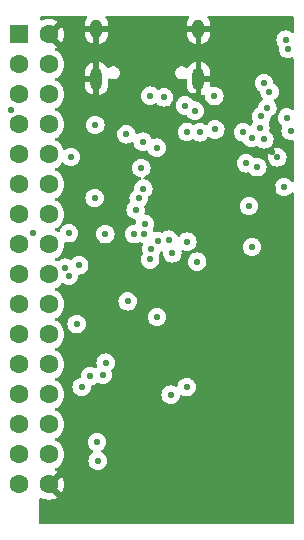
<source format=gbr>
%TF.GenerationSoftware,KiCad,Pcbnew,8.0.1*%
%TF.CreationDate,2024-04-25T23:54:08-05:00*%
%TF.ProjectId,Final Projeco,46696e61-6c20-4507-926f-6a65636f2e6b,rev?*%
%TF.SameCoordinates,Original*%
%TF.FileFunction,Copper,L2,Inr*%
%TF.FilePolarity,Positive*%
%FSLAX46Y46*%
G04 Gerber Fmt 4.6, Leading zero omitted, Abs format (unit mm)*
G04 Created by KiCad (PCBNEW 8.0.1) date 2024-04-25 23:54:08*
%MOMM*%
%LPD*%
G01*
G04 APERTURE LIST*
%TA.AperFunction,ComponentPad*%
%ADD10O,1.000000X1.900000*%
%TD*%
%TA.AperFunction,ComponentPad*%
%ADD11O,1.000000X1.600000*%
%TD*%
%TA.AperFunction,ComponentPad*%
%ADD12R,1.600000X1.600000*%
%TD*%
%TA.AperFunction,ComponentPad*%
%ADD13C,1.600000*%
%TD*%
%TA.AperFunction,ViaPad*%
%ADD14C,0.560000*%
%TD*%
G04 APERTURE END LIST*
D10*
%TO.N,GND*%
%TO.C,U2*%
X42419941Y-21805131D03*
X33779859Y-21805131D03*
D11*
X33779859Y-17625044D03*
X42419941Y-17625044D03*
%TD*%
D12*
%TO.N,/GPIO12*%
%TO.C,U7*%
X27209997Y-18049962D03*
D13*
%TO.N,GND*%
X29750003Y-18049962D03*
%TO.N,/GPIO13*%
X27209997Y-20589967D03*
%TO.N,VDD3P3*%
X29750003Y-20589967D03*
%TO.N,/GPIO14*%
X27209997Y-23129972D03*
%TO.N,/GPIO0{slash}BOOT*%
X29750003Y-23129972D03*
%TO.N,/GPIO15*%
X27209997Y-25669977D03*
%TO.N,/GPIO1*%
X29750003Y-25669977D03*
%TO.N,/GPIO16*%
X27209997Y-28209982D03*
%TO.N,/GPIO2*%
X29750003Y-28209982D03*
%TO.N,/GPIO17*%
X27209997Y-30749987D03*
%TO.N,/GPIO3*%
X29750003Y-30749987D03*
%TO.N,/GPIO18*%
X27209997Y-33289992D03*
%TO.N,/GPIO4*%
X29750003Y-33289992D03*
%TO.N,/GPIO21*%
X27209997Y-35829997D03*
%TO.N,/GPIO5*%
X29750003Y-35829997D03*
%TO.N,/GPIO38*%
X27209997Y-38370003D03*
%TO.N,/GPIO6*%
X29750003Y-38370003D03*
%TO.N,/GPIO45*%
X27209997Y-40910008D03*
%TO.N,/GPIO7*%
X29750003Y-40910008D03*
%TO.N,/GPIO46*%
X27209997Y-43450013D03*
%TO.N,/GPIO8*%
X29750003Y-43450013D03*
%TO.N,/GPIO33*%
X27209997Y-45990018D03*
%TO.N,/GPIO9*%
X29750003Y-45990018D03*
%TO.N,/GPIO34*%
X27209997Y-48530023D03*
%TO.N,/GPIO10*%
X29750003Y-48530023D03*
%TO.N,/GPIO35*%
X27209997Y-51070028D03*
%TO.N,/GPIO11*%
X29750003Y-51070028D03*
%TO.N,/GPIO36*%
X27209997Y-53610033D03*
%TO.N,VDD3P3*%
X29750003Y-53610033D03*
%TO.N,/GPIO37*%
X27209997Y-56150038D03*
%TO.N,GND*%
X29750003Y-56150038D03*
%TD*%
D14*
%TO.N,GND*%
X39300000Y-38800000D03*
X44400000Y-25000000D03*
X45200000Y-19700000D03*
X47100000Y-38600000D03*
X41900000Y-40000000D03*
X46200000Y-22020000D03*
X32870000Y-24500000D03*
X39500000Y-47400000D03*
X49900000Y-17200000D03*
X48630000Y-28010000D03*
X37050000Y-23870000D03*
X35730000Y-34820000D03*
X36570000Y-36850000D03*
X42000000Y-23300000D03*
X47840000Y-18790000D03*
X48700000Y-31100000D03*
X34000000Y-42500000D03*
X48700000Y-36300000D03*
X44063800Y-36500000D03*
X41800000Y-50200000D03*
%TO.N,VDD3P3*%
X38900000Y-42000000D03*
X50000000Y-19300000D03*
X46950000Y-36050000D03*
X43840000Y-26110000D03*
X46700000Y-32600000D03*
X49800000Y-18500000D03*
X37700000Y-27140000D03*
X40200000Y-36600000D03*
%TO.N,/GPIO4*%
X48430000Y-22910000D03*
%TO.N,/GPIO1*%
X50220000Y-26240000D03*
%TO.N,/GPIO3*%
X47970000Y-22200000D03*
%TO.N,/GPIO2*%
X49910000Y-25100000D03*
%TO.N,/RESET*%
X49670000Y-30980000D03*
X38330000Y-37120000D03*
%TO.N,/USB_D+*%
X38350100Y-23250100D03*
X39500100Y-23400000D03*
%TO.N,/SPICS1*%
X38881400Y-27642300D03*
X33621800Y-31918200D03*
%TO.N,/GPIO8*%
X34555000Y-45855000D03*
X46447700Y-28981100D03*
%TO.N,/GPIO13*%
X47730000Y-25000000D03*
%TO.N,/GPIO5*%
X48260000Y-24290000D03*
%TO.N,/SPID*%
X36320000Y-26530000D03*
X37750000Y-31117600D03*
%TO.N,Net-(U4-VCC)*%
X32320000Y-37620000D03*
X31620000Y-28440000D03*
X31433800Y-38481600D03*
%TO.N,/GPIO7*%
X49100600Y-28477100D03*
X32110000Y-42600000D03*
%TO.N,/GPIO6*%
X47396700Y-29303000D03*
%TO.N,/GPIO38*%
X41470000Y-35600000D03*
X31130900Y-37820600D03*
X39910000Y-35450000D03*
X36420000Y-40670000D03*
%TO.N,/GPIO11*%
X46190000Y-26350000D03*
%TO.N,/GPIO18*%
X31440000Y-34890000D03*
X41460000Y-26310000D03*
%TO.N,/GPIO14*%
X43760000Y-23290000D03*
%TO.N,/GPIO12*%
X47650000Y-25950000D03*
%TO.N,/GPIO10*%
X33250000Y-47000000D03*
X46910000Y-26810000D03*
%TO.N,/SPICLK_GPIO47*%
X38440000Y-36230000D03*
X37348800Y-31948800D03*
%TO.N,/GPIO0{slash}BOOT*%
X28440000Y-34870000D03*
X40070000Y-48560000D03*
X41420000Y-47930000D03*
%TO.N,/GPIO46*%
X42310000Y-37300000D03*
X34320000Y-46860000D03*
%TO.N,/SPIWP*%
X37580000Y-29370000D03*
X34530000Y-34980000D03*
%TO.N,/GPIO9*%
X48002700Y-26954100D03*
%TO.N,/GPIO17*%
X41291300Y-24081700D03*
X26510000Y-24430000D03*
%TO.N,/GPIO33*%
X37100000Y-32940000D03*
%TO.N,/GPIO16*%
X42089800Y-24511200D03*
X33680000Y-25740000D03*
%TO.N,/GPIO15*%
X42516500Y-26346100D03*
%TO.N,/GPIO35*%
X37810000Y-34920000D03*
%TO.N,/GPIO34*%
X36975000Y-34975000D03*
X32520000Y-47910000D03*
%TO.N,/GPIO37*%
X33820000Y-52560000D03*
X38994900Y-35560000D03*
%TO.N,/GPIO36*%
X33880000Y-54150000D03*
X37885000Y-34100000D03*
%TD*%
%TA.AperFunction,Conductor*%
%TO.N,GND*%
G36*
X29750169Y-16513898D02*
G01*
X29771036Y-16502931D01*
X29795468Y-16500500D01*
X32896124Y-16500500D01*
X32963163Y-16520185D01*
X33008918Y-16572989D01*
X33018862Y-16642147D01*
X32999226Y-16693391D01*
X32893673Y-16851359D01*
X32893666Y-16851372D01*
X32818289Y-17033350D01*
X32818286Y-17033362D01*
X32779859Y-17226548D01*
X32779859Y-17375044D01*
X33479859Y-17375044D01*
X33479859Y-17875044D01*
X32779859Y-17875044D01*
X32779859Y-18023539D01*
X32818286Y-18216725D01*
X32818289Y-18216737D01*
X32893666Y-18398715D01*
X32893673Y-18398728D01*
X33003107Y-18562506D01*
X33003110Y-18562510D01*
X33142392Y-18701792D01*
X33142396Y-18701795D01*
X33306174Y-18811229D01*
X33306187Y-18811236D01*
X33488167Y-18886613D01*
X33529859Y-18894906D01*
X33529859Y-18092032D01*
X33539799Y-18109249D01*
X33595654Y-18165104D01*
X33664063Y-18204600D01*
X33740363Y-18225044D01*
X33819355Y-18225044D01*
X33895655Y-18204600D01*
X33964064Y-18165104D01*
X34019919Y-18109249D01*
X34029859Y-18092032D01*
X34029859Y-18894906D01*
X34071549Y-18886613D01*
X34071551Y-18886613D01*
X34253530Y-18811236D01*
X34253543Y-18811229D01*
X34417321Y-18701795D01*
X34417325Y-18701792D01*
X34556607Y-18562510D01*
X34556610Y-18562506D01*
X34666044Y-18398728D01*
X34666051Y-18398715D01*
X34741428Y-18216737D01*
X34741431Y-18216725D01*
X34779858Y-18023539D01*
X34779859Y-18023536D01*
X34779859Y-17875044D01*
X34079859Y-17875044D01*
X34079859Y-17375044D01*
X34779859Y-17375044D01*
X34779859Y-17226552D01*
X34779858Y-17226548D01*
X34741431Y-17033362D01*
X34741428Y-17033350D01*
X34666051Y-16851372D01*
X34666044Y-16851359D01*
X34560492Y-16693391D01*
X34539614Y-16626714D01*
X34558098Y-16559334D01*
X34610077Y-16512643D01*
X34663594Y-16500500D01*
X41536206Y-16500500D01*
X41603245Y-16520185D01*
X41649000Y-16572989D01*
X41658944Y-16642147D01*
X41639308Y-16693391D01*
X41533755Y-16851359D01*
X41533748Y-16851372D01*
X41458371Y-17033350D01*
X41458368Y-17033362D01*
X41419941Y-17226548D01*
X41419941Y-17375044D01*
X42119941Y-17375044D01*
X42119941Y-17875044D01*
X41419941Y-17875044D01*
X41419941Y-18023539D01*
X41458368Y-18216725D01*
X41458371Y-18216737D01*
X41533748Y-18398715D01*
X41533755Y-18398728D01*
X41643189Y-18562506D01*
X41643192Y-18562510D01*
X41782474Y-18701792D01*
X41782478Y-18701795D01*
X41946256Y-18811229D01*
X41946269Y-18811236D01*
X42128249Y-18886613D01*
X42169941Y-18894906D01*
X42169941Y-18092032D01*
X42179881Y-18109249D01*
X42235736Y-18165104D01*
X42304145Y-18204600D01*
X42380445Y-18225044D01*
X42459437Y-18225044D01*
X42535737Y-18204600D01*
X42604146Y-18165104D01*
X42660001Y-18109249D01*
X42669941Y-18092032D01*
X42669941Y-18894906D01*
X42711631Y-18886613D01*
X42711633Y-18886613D01*
X42893612Y-18811236D01*
X42893625Y-18811229D01*
X43057403Y-18701795D01*
X43057407Y-18701792D01*
X43196689Y-18562510D01*
X43196692Y-18562506D01*
X43306126Y-18398728D01*
X43306133Y-18398715D01*
X43381510Y-18216737D01*
X43381513Y-18216725D01*
X43419940Y-18023539D01*
X43419941Y-18023536D01*
X43419941Y-17875044D01*
X42719941Y-17875044D01*
X42719941Y-17375044D01*
X43419941Y-17375044D01*
X43419941Y-17226552D01*
X43419940Y-17226548D01*
X43381513Y-17033362D01*
X43381510Y-17033350D01*
X43306133Y-16851372D01*
X43306126Y-16851359D01*
X43200574Y-16693391D01*
X43179696Y-16626714D01*
X43198180Y-16559334D01*
X43250159Y-16512643D01*
X43303676Y-16500500D01*
X50375500Y-16500500D01*
X50442539Y-16520185D01*
X50488294Y-16572989D01*
X50499500Y-16624500D01*
X50499500Y-17796344D01*
X50479815Y-17863383D01*
X50427011Y-17909138D01*
X50357853Y-17919082D01*
X50294297Y-17890057D01*
X50290690Y-17886698D01*
X50289713Y-17885919D01*
X50140790Y-17792344D01*
X49974771Y-17734252D01*
X49800003Y-17714561D01*
X49799997Y-17714561D01*
X49625228Y-17734252D01*
X49459209Y-17792344D01*
X49310286Y-17885919D01*
X49185919Y-18010286D01*
X49092344Y-18159209D01*
X49034252Y-18325228D01*
X49014561Y-18499997D01*
X49014561Y-18500002D01*
X49034252Y-18674771D01*
X49092344Y-18840790D01*
X49185919Y-18989713D01*
X49201993Y-19005787D01*
X49235478Y-19067110D01*
X49235205Y-19121053D01*
X49234253Y-19125223D01*
X49214561Y-19299997D01*
X49214561Y-19300002D01*
X49234252Y-19474771D01*
X49292344Y-19640790D01*
X49361484Y-19750825D01*
X49385919Y-19789713D01*
X49510287Y-19914081D01*
X49547135Y-19937234D01*
X49657019Y-20006279D01*
X49659211Y-20007656D01*
X49825223Y-20065746D01*
X49825226Y-20065746D01*
X49825228Y-20065747D01*
X49999997Y-20085439D01*
X50000000Y-20085439D01*
X50000003Y-20085439D01*
X50174771Y-20065747D01*
X50174772Y-20065746D01*
X50174777Y-20065746D01*
X50334547Y-20009839D01*
X50404324Y-20006279D01*
X50464952Y-20041008D01*
X50497179Y-20103001D01*
X50499500Y-20126882D01*
X50499500Y-24324258D01*
X50479815Y-24391297D01*
X50427011Y-24437052D01*
X50357853Y-24446996D01*
X50309528Y-24429252D01*
X50250790Y-24392344D01*
X50090990Y-24336428D01*
X50084777Y-24334254D01*
X50084776Y-24334253D01*
X50084771Y-24334252D01*
X49910003Y-24314561D01*
X49909997Y-24314561D01*
X49735228Y-24334252D01*
X49569209Y-24392344D01*
X49420286Y-24485919D01*
X49295919Y-24610286D01*
X49202344Y-24759209D01*
X49144252Y-24925228D01*
X49124561Y-25099997D01*
X49124561Y-25100002D01*
X49144252Y-25274771D01*
X49202344Y-25440790D01*
X49295919Y-25589713D01*
X49420289Y-25714083D01*
X49465573Y-25742536D01*
X49511865Y-25794870D01*
X49522514Y-25863924D01*
X49513992Y-25892410D01*
X49514644Y-25892638D01*
X49454252Y-26065228D01*
X49434561Y-26239997D01*
X49434561Y-26240002D01*
X49454252Y-26414771D01*
X49512344Y-26580790D01*
X49568414Y-26670024D01*
X49605919Y-26729713D01*
X49730287Y-26854081D01*
X49796108Y-26895439D01*
X49867613Y-26940369D01*
X49879211Y-26947656D01*
X50045223Y-27005746D01*
X50045226Y-27005746D01*
X50045228Y-27005747D01*
X50219997Y-27025439D01*
X50220000Y-27025439D01*
X50220003Y-27025439D01*
X50361616Y-27009483D01*
X50430438Y-27021537D01*
X50481818Y-27068886D01*
X50499500Y-27132703D01*
X50499500Y-30406344D01*
X50479815Y-30473383D01*
X50427011Y-30519138D01*
X50357853Y-30529082D01*
X50294297Y-30500057D01*
X50287819Y-30494025D01*
X50159713Y-30365919D01*
X50010790Y-30272344D01*
X49844771Y-30214252D01*
X49670003Y-30194561D01*
X49669997Y-30194561D01*
X49495228Y-30214252D01*
X49329209Y-30272344D01*
X49180286Y-30365919D01*
X49055919Y-30490286D01*
X48962344Y-30639209D01*
X48904252Y-30805228D01*
X48884561Y-30979997D01*
X48884561Y-30980002D01*
X48904252Y-31154771D01*
X48962344Y-31320790D01*
X49013824Y-31402719D01*
X49055919Y-31469713D01*
X49180287Y-31594081D01*
X49329211Y-31687656D01*
X49495223Y-31745746D01*
X49495226Y-31745746D01*
X49495228Y-31745747D01*
X49669997Y-31765439D01*
X49670000Y-31765439D01*
X49670003Y-31765439D01*
X49844771Y-31745747D01*
X49844772Y-31745746D01*
X49844777Y-31745746D01*
X50010789Y-31687656D01*
X50159713Y-31594081D01*
X50284081Y-31469713D01*
X50284081Y-31469712D01*
X50287819Y-31465975D01*
X50349142Y-31432490D01*
X50418834Y-31437474D01*
X50474767Y-31479346D01*
X50499184Y-31544810D01*
X50499500Y-31553656D01*
X50499500Y-59375500D01*
X50479815Y-59442539D01*
X50427011Y-59488294D01*
X50375500Y-59499500D01*
X29064463Y-59499500D01*
X28997424Y-59479815D01*
X28951669Y-59427011D01*
X28940463Y-59375275D01*
X28944044Y-57403020D01*
X28963850Y-57336016D01*
X29016737Y-57290357D01*
X29085914Y-57280539D01*
X29120449Y-57290863D01*
X29303676Y-57376304D01*
X29303685Y-57376307D01*
X29523392Y-57435177D01*
X29523403Y-57435179D01*
X29750001Y-57455004D01*
X29750005Y-57455004D01*
X29976602Y-57435179D01*
X29976613Y-57435177D01*
X30196320Y-57376307D01*
X30196334Y-57376302D01*
X30402481Y-57280174D01*
X30475474Y-57229062D01*
X29879412Y-56633000D01*
X29942996Y-56615963D01*
X30057010Y-56550137D01*
X30150102Y-56457045D01*
X30215928Y-56343031D01*
X30232965Y-56279447D01*
X30829027Y-56875509D01*
X30880139Y-56802516D01*
X30976267Y-56596369D01*
X30976272Y-56596355D01*
X31035142Y-56376648D01*
X31035144Y-56376637D01*
X31054969Y-56150040D01*
X31054969Y-56150035D01*
X31035144Y-55923438D01*
X31035142Y-55923427D01*
X30976272Y-55703720D01*
X30976267Y-55703706D01*
X30880139Y-55497559D01*
X30880135Y-55497551D01*
X30829028Y-55424564D01*
X30232965Y-56020627D01*
X30215928Y-55957045D01*
X30150102Y-55843031D01*
X30057010Y-55749939D01*
X29942996Y-55684113D01*
X29879412Y-55667075D01*
X30475475Y-55071012D01*
X30402483Y-55019902D01*
X30344131Y-54992692D01*
X30291692Y-54946519D01*
X30272540Y-54879326D01*
X30292756Y-54812444D01*
X30344128Y-54767930D01*
X30402737Y-54740601D01*
X30589142Y-54610080D01*
X30750050Y-54449172D01*
X30880571Y-54262767D01*
X30976742Y-54056529D01*
X31035638Y-53836725D01*
X31055471Y-53610033D01*
X31035638Y-53383341D01*
X30976742Y-53163537D01*
X30880571Y-52957299D01*
X30750050Y-52770894D01*
X30750048Y-52770891D01*
X30589144Y-52609987D01*
X30517757Y-52560002D01*
X33034561Y-52560002D01*
X33054252Y-52734771D01*
X33112344Y-52900790D01*
X33147852Y-52957300D01*
X33205919Y-53049713D01*
X33330287Y-53174081D01*
X33394766Y-53214595D01*
X33481120Y-53268856D01*
X33527411Y-53321191D01*
X33538059Y-53390245D01*
X33509684Y-53454093D01*
X33481121Y-53478843D01*
X33390289Y-53535917D01*
X33390286Y-53535919D01*
X33265919Y-53660286D01*
X33172344Y-53809209D01*
X33114252Y-53975228D01*
X33094561Y-54149997D01*
X33094561Y-54150002D01*
X33114252Y-54324771D01*
X33172344Y-54490790D01*
X33247298Y-54610078D01*
X33265919Y-54639713D01*
X33390287Y-54764081D01*
X33539211Y-54857656D01*
X33705223Y-54915746D01*
X33705226Y-54915746D01*
X33705228Y-54915747D01*
X33879997Y-54935439D01*
X33880000Y-54935439D01*
X33880003Y-54935439D01*
X34054771Y-54915747D01*
X34054772Y-54915746D01*
X34054777Y-54915746D01*
X34220789Y-54857656D01*
X34369713Y-54764081D01*
X34494081Y-54639713D01*
X34587656Y-54490789D01*
X34645746Y-54324777D01*
X34665439Y-54150000D01*
X34665439Y-54149997D01*
X34645747Y-53975228D01*
X34645746Y-53975226D01*
X34645746Y-53975223D01*
X34587656Y-53809211D01*
X34494081Y-53660287D01*
X34369713Y-53535919D01*
X34369707Y-53535914D01*
X34218879Y-53441142D01*
X34172588Y-53388808D01*
X34161940Y-53319754D01*
X34190315Y-53255906D01*
X34218876Y-53231157D01*
X34309713Y-53174081D01*
X34434081Y-53049713D01*
X34527656Y-52900789D01*
X34585746Y-52734777D01*
X34605439Y-52560000D01*
X34585746Y-52385223D01*
X34527656Y-52219211D01*
X34515959Y-52200596D01*
X34434080Y-52070286D01*
X34309713Y-51945919D01*
X34160790Y-51852344D01*
X33994771Y-51794252D01*
X33820003Y-51774561D01*
X33819997Y-51774561D01*
X33645228Y-51794252D01*
X33479209Y-51852344D01*
X33330286Y-51945919D01*
X33205919Y-52070286D01*
X33112344Y-52219209D01*
X33054252Y-52385228D01*
X33034561Y-52559997D01*
X33034561Y-52560002D01*
X30517757Y-52560002D01*
X30402737Y-52479465D01*
X30402735Y-52479464D01*
X30344722Y-52452412D01*
X30292283Y-52406239D01*
X30273131Y-52339046D01*
X30293347Y-52272164D01*
X30344719Y-52227650D01*
X30402737Y-52200596D01*
X30589142Y-52070075D01*
X30750050Y-51909167D01*
X30880571Y-51722762D01*
X30976742Y-51516524D01*
X31035638Y-51296720D01*
X31055471Y-51070028D01*
X31035638Y-50843336D01*
X30976742Y-50623532D01*
X30880571Y-50417294D01*
X30750050Y-50230889D01*
X30750048Y-50230886D01*
X30589144Y-50069982D01*
X30402737Y-49939460D01*
X30402735Y-49939459D01*
X30344722Y-49912407D01*
X30292283Y-49866234D01*
X30273131Y-49799041D01*
X30293347Y-49732159D01*
X30344719Y-49687645D01*
X30402737Y-49660591D01*
X30589142Y-49530070D01*
X30750050Y-49369162D01*
X30880571Y-49182757D01*
X30976742Y-48976519D01*
X31035638Y-48756715D01*
X31055471Y-48530023D01*
X31035638Y-48303331D01*
X30976742Y-48083527D01*
X30895825Y-47910002D01*
X31734561Y-47910002D01*
X31754252Y-48084771D01*
X31812344Y-48250790D01*
X31845358Y-48303331D01*
X31905919Y-48399713D01*
X32030287Y-48524081D01*
X32179211Y-48617656D01*
X32345223Y-48675746D01*
X32345226Y-48675746D01*
X32345228Y-48675747D01*
X32519997Y-48695439D01*
X32520000Y-48695439D01*
X32520003Y-48695439D01*
X32694771Y-48675747D01*
X32694772Y-48675746D01*
X32694777Y-48675746D01*
X32860789Y-48617656D01*
X32952545Y-48560002D01*
X39284561Y-48560002D01*
X39304252Y-48734771D01*
X39362344Y-48900790D01*
X39409923Y-48976511D01*
X39455919Y-49049713D01*
X39580287Y-49174081D01*
X39729211Y-49267656D01*
X39895223Y-49325746D01*
X39895226Y-49325746D01*
X39895228Y-49325747D01*
X40069997Y-49345439D01*
X40070000Y-49345439D01*
X40070003Y-49345439D01*
X40244771Y-49325747D01*
X40244772Y-49325746D01*
X40244777Y-49325746D01*
X40410789Y-49267656D01*
X40559713Y-49174081D01*
X40684081Y-49049713D01*
X40777656Y-48900789D01*
X40835746Y-48734777D01*
X40839967Y-48697318D01*
X40867033Y-48632904D01*
X40924627Y-48593348D01*
X40994464Y-48591209D01*
X41029160Y-48606207D01*
X41079211Y-48637656D01*
X41245223Y-48695746D01*
X41245226Y-48695746D01*
X41245228Y-48695747D01*
X41419997Y-48715439D01*
X41420000Y-48715439D01*
X41420003Y-48715439D01*
X41594771Y-48695747D01*
X41594772Y-48695746D01*
X41594777Y-48695746D01*
X41760789Y-48637656D01*
X41909713Y-48544081D01*
X42034081Y-48419713D01*
X42127656Y-48270789D01*
X42185746Y-48104777D01*
X42188141Y-48083527D01*
X42205439Y-47930002D01*
X42205439Y-47929997D01*
X42185747Y-47755228D01*
X42185746Y-47755226D01*
X42185746Y-47755223D01*
X42127656Y-47589211D01*
X42114111Y-47567655D01*
X42055315Y-47474081D01*
X42034081Y-47440287D01*
X41909713Y-47315919D01*
X41760790Y-47222344D01*
X41594771Y-47164252D01*
X41420003Y-47144561D01*
X41419997Y-47144561D01*
X41245228Y-47164252D01*
X41079209Y-47222344D01*
X40930286Y-47315919D01*
X40805919Y-47440286D01*
X40712344Y-47589209D01*
X40654252Y-47755228D01*
X40650032Y-47792684D01*
X40622964Y-47857098D01*
X40565369Y-47896652D01*
X40495532Y-47898789D01*
X40460840Y-47883793D01*
X40410790Y-47852344D01*
X40244771Y-47794252D01*
X40070003Y-47774561D01*
X40069997Y-47774561D01*
X39895228Y-47794252D01*
X39729209Y-47852344D01*
X39580286Y-47945919D01*
X39455919Y-48070286D01*
X39362344Y-48219209D01*
X39304252Y-48385228D01*
X39284561Y-48559997D01*
X39284561Y-48560002D01*
X32952545Y-48560002D01*
X33009713Y-48524081D01*
X33134081Y-48399713D01*
X33227656Y-48250789D01*
X33285746Y-48084777D01*
X33303186Y-47930002D01*
X33305439Y-47910002D01*
X33305439Y-47909998D01*
X33304769Y-47904053D01*
X33316823Y-47835231D01*
X33364171Y-47783851D01*
X33414110Y-47766947D01*
X33424777Y-47765746D01*
X33424779Y-47765745D01*
X33424784Y-47765744D01*
X33512647Y-47734998D01*
X33590789Y-47707656D01*
X33739713Y-47614081D01*
X33790716Y-47563077D01*
X33852038Y-47529592D01*
X33921730Y-47534576D01*
X33944368Y-47545764D01*
X33979205Y-47567653D01*
X33979209Y-47567655D01*
X33979211Y-47567656D01*
X34145223Y-47625746D01*
X34145226Y-47625746D01*
X34145228Y-47625747D01*
X34319997Y-47645439D01*
X34320000Y-47645439D01*
X34320003Y-47645439D01*
X34494771Y-47625747D01*
X34494772Y-47625746D01*
X34494777Y-47625746D01*
X34660789Y-47567656D01*
X34809713Y-47474081D01*
X34934081Y-47349713D01*
X35027656Y-47200789D01*
X35085746Y-47034777D01*
X35088994Y-47005956D01*
X35105439Y-46860002D01*
X35105439Y-46859997D01*
X35085747Y-46685228D01*
X35085746Y-46685226D01*
X35085746Y-46685223D01*
X35044815Y-46568251D01*
X35041255Y-46498473D01*
X35074177Y-46439617D01*
X35077288Y-46436506D01*
X35169081Y-46344713D01*
X35262656Y-46195789D01*
X35320746Y-46029777D01*
X35340439Y-45855000D01*
X35340439Y-45854997D01*
X35320747Y-45680228D01*
X35320746Y-45680226D01*
X35320746Y-45680223D01*
X35262656Y-45514211D01*
X35169081Y-45365287D01*
X35044713Y-45240919D01*
X34895790Y-45147344D01*
X34729771Y-45089252D01*
X34555003Y-45069561D01*
X34554997Y-45069561D01*
X34380228Y-45089252D01*
X34214209Y-45147344D01*
X34065286Y-45240919D01*
X33940919Y-45365286D01*
X33847344Y-45514209D01*
X33789252Y-45680228D01*
X33769561Y-45854997D01*
X33769561Y-45855002D01*
X33789252Y-46029771D01*
X33830183Y-46146747D01*
X33833744Y-46216526D01*
X33800822Y-46275382D01*
X33779282Y-46296922D01*
X33717959Y-46330407D01*
X33648267Y-46325423D01*
X33625630Y-46314236D01*
X33590789Y-46292344D01*
X33424777Y-46234254D01*
X33424776Y-46234253D01*
X33424771Y-46234252D01*
X33250003Y-46214561D01*
X33249997Y-46214561D01*
X33075228Y-46234252D01*
X32909209Y-46292344D01*
X32760286Y-46385919D01*
X32635919Y-46510286D01*
X32542344Y-46659209D01*
X32484252Y-46825228D01*
X32464561Y-46999997D01*
X32464561Y-47000005D01*
X32465231Y-47005956D01*
X32453172Y-47074777D01*
X32405819Y-47126153D01*
X32355900Y-47143050D01*
X32345223Y-47144254D01*
X32179209Y-47202344D01*
X32030286Y-47295919D01*
X31905919Y-47420286D01*
X31812344Y-47569209D01*
X31754252Y-47735228D01*
X31734561Y-47909997D01*
X31734561Y-47910002D01*
X30895825Y-47910002D01*
X30880571Y-47877289D01*
X30781096Y-47735223D01*
X30750048Y-47690881D01*
X30589144Y-47529977D01*
X30402737Y-47399455D01*
X30402735Y-47399454D01*
X30344722Y-47372402D01*
X30292283Y-47326229D01*
X30273131Y-47259036D01*
X30293347Y-47192154D01*
X30344719Y-47147640D01*
X30402737Y-47120586D01*
X30589142Y-46990065D01*
X30750050Y-46829157D01*
X30880571Y-46642752D01*
X30976742Y-46436514D01*
X31035638Y-46216710D01*
X31055471Y-45990018D01*
X31035638Y-45763326D01*
X30976742Y-45543522D01*
X30880571Y-45337284D01*
X30750050Y-45150879D01*
X30750048Y-45150876D01*
X30589144Y-44989972D01*
X30402737Y-44859450D01*
X30402735Y-44859449D01*
X30344722Y-44832397D01*
X30292283Y-44786224D01*
X30273131Y-44719031D01*
X30293347Y-44652149D01*
X30344719Y-44607635D01*
X30402737Y-44580581D01*
X30589142Y-44450060D01*
X30750050Y-44289152D01*
X30880571Y-44102747D01*
X30976742Y-43896509D01*
X31035638Y-43676705D01*
X31055471Y-43450013D01*
X31035638Y-43223321D01*
X30976742Y-43003517D01*
X30880571Y-42797279D01*
X30750050Y-42610874D01*
X30750048Y-42610871D01*
X30739179Y-42600002D01*
X31324561Y-42600002D01*
X31344252Y-42774771D01*
X31402344Y-42940790D01*
X31441763Y-43003524D01*
X31495919Y-43089713D01*
X31620287Y-43214081D01*
X31769211Y-43307656D01*
X31935223Y-43365746D01*
X31935226Y-43365746D01*
X31935228Y-43365747D01*
X32109997Y-43385439D01*
X32110000Y-43385439D01*
X32110003Y-43385439D01*
X32284771Y-43365747D01*
X32284772Y-43365746D01*
X32284777Y-43365746D01*
X32450789Y-43307656D01*
X32599713Y-43214081D01*
X32724081Y-43089713D01*
X32817656Y-42940789D01*
X32875746Y-42774777D01*
X32876764Y-42765747D01*
X32895439Y-42600002D01*
X32895439Y-42599997D01*
X32875747Y-42425228D01*
X32875746Y-42425226D01*
X32875746Y-42425223D01*
X32817656Y-42259211D01*
X32724081Y-42110287D01*
X32613796Y-42000002D01*
X38114561Y-42000002D01*
X38134252Y-42174771D01*
X38192344Y-42340790D01*
X38245397Y-42425223D01*
X38285919Y-42489713D01*
X38410287Y-42614081D01*
X38559211Y-42707656D01*
X38725223Y-42765746D01*
X38725226Y-42765746D01*
X38725228Y-42765747D01*
X38899997Y-42785439D01*
X38900000Y-42785439D01*
X38900003Y-42785439D01*
X39074771Y-42765747D01*
X39074772Y-42765746D01*
X39074777Y-42765746D01*
X39240789Y-42707656D01*
X39389713Y-42614081D01*
X39514081Y-42489713D01*
X39607656Y-42340789D01*
X39665746Y-42174777D01*
X39673013Y-42110287D01*
X39685439Y-42000002D01*
X39685439Y-41999997D01*
X39665747Y-41825228D01*
X39665746Y-41825226D01*
X39665746Y-41825223D01*
X39607656Y-41659211D01*
X39514081Y-41510287D01*
X39389713Y-41385919D01*
X39240790Y-41292344D01*
X39074771Y-41234252D01*
X38900003Y-41214561D01*
X38899997Y-41214561D01*
X38725228Y-41234252D01*
X38559209Y-41292344D01*
X38410286Y-41385919D01*
X38285919Y-41510286D01*
X38192344Y-41659209D01*
X38134252Y-41825228D01*
X38114561Y-41999997D01*
X38114561Y-42000002D01*
X32613796Y-42000002D01*
X32599713Y-41985919D01*
X32450790Y-41892344D01*
X32284771Y-41834252D01*
X32110003Y-41814561D01*
X32109997Y-41814561D01*
X31935228Y-41834252D01*
X31769209Y-41892344D01*
X31620286Y-41985919D01*
X31495919Y-42110286D01*
X31402344Y-42259209D01*
X31344252Y-42425228D01*
X31324561Y-42599997D01*
X31324561Y-42600002D01*
X30739179Y-42600002D01*
X30589144Y-42449967D01*
X30402737Y-42319445D01*
X30402735Y-42319444D01*
X30344722Y-42292392D01*
X30292283Y-42246219D01*
X30273131Y-42179026D01*
X30293347Y-42112144D01*
X30344719Y-42067630D01*
X30402737Y-42040576D01*
X30589142Y-41910055D01*
X30750050Y-41749147D01*
X30880571Y-41562742D01*
X30976742Y-41356504D01*
X31035638Y-41136700D01*
X31055471Y-40910008D01*
X31035638Y-40683316D01*
X31032071Y-40670002D01*
X35634561Y-40670002D01*
X35654252Y-40844771D01*
X35712344Y-41010790D01*
X35791455Y-41136694D01*
X35805919Y-41159713D01*
X35930287Y-41284081D01*
X36079211Y-41377656D01*
X36245223Y-41435746D01*
X36245226Y-41435746D01*
X36245228Y-41435747D01*
X36419997Y-41455439D01*
X36420000Y-41455439D01*
X36420003Y-41455439D01*
X36594771Y-41435747D01*
X36594772Y-41435746D01*
X36594777Y-41435746D01*
X36760789Y-41377656D01*
X36909713Y-41284081D01*
X37034081Y-41159713D01*
X37127656Y-41010789D01*
X37185746Y-40844777D01*
X37203940Y-40683310D01*
X37205439Y-40670002D01*
X37205439Y-40669997D01*
X37185747Y-40495228D01*
X37185746Y-40495226D01*
X37185746Y-40495223D01*
X37127656Y-40329211D01*
X37034081Y-40180287D01*
X36909713Y-40055919D01*
X36760790Y-39962344D01*
X36631523Y-39917112D01*
X36594777Y-39904254D01*
X36594776Y-39904253D01*
X36594771Y-39904252D01*
X36420003Y-39884561D01*
X36419997Y-39884561D01*
X36245228Y-39904252D01*
X36079209Y-39962344D01*
X35930286Y-40055919D01*
X35805919Y-40180286D01*
X35712344Y-40329209D01*
X35654252Y-40495228D01*
X35634561Y-40669997D01*
X35634561Y-40670002D01*
X31032071Y-40670002D01*
X30976742Y-40463512D01*
X30880571Y-40257274D01*
X30750050Y-40070869D01*
X30750048Y-40070866D01*
X30589144Y-39909962D01*
X30402737Y-39779440D01*
X30402735Y-39779439D01*
X30344722Y-39752387D01*
X30292283Y-39706214D01*
X30273131Y-39639021D01*
X30293347Y-39572139D01*
X30344719Y-39527625D01*
X30402737Y-39500571D01*
X30589142Y-39370050D01*
X30750050Y-39209142D01*
X30796846Y-39142309D01*
X30851420Y-39098685D01*
X30920919Y-39091491D01*
X30964390Y-39108438D01*
X31093011Y-39189256D01*
X31259023Y-39247346D01*
X31259026Y-39247346D01*
X31259028Y-39247347D01*
X31433797Y-39267039D01*
X31433800Y-39267039D01*
X31433803Y-39267039D01*
X31608571Y-39247347D01*
X31608572Y-39247346D01*
X31608577Y-39247346D01*
X31774589Y-39189256D01*
X31923513Y-39095681D01*
X32047881Y-38971313D01*
X32141456Y-38822389D01*
X32199546Y-38656377D01*
X32199698Y-38655034D01*
X32215563Y-38514224D01*
X32242629Y-38449810D01*
X32300224Y-38410255D01*
X32324900Y-38404887D01*
X32494771Y-38385747D01*
X32494772Y-38385746D01*
X32494777Y-38385746D01*
X32660789Y-38327656D01*
X32809713Y-38234081D01*
X32934081Y-38109713D01*
X33027656Y-37960789D01*
X33085746Y-37794777D01*
X33103097Y-37640790D01*
X33105439Y-37620002D01*
X33105439Y-37619997D01*
X33085747Y-37445228D01*
X33085746Y-37445226D01*
X33085746Y-37445223D01*
X33027656Y-37279211D01*
X32934081Y-37130287D01*
X32809713Y-37005919D01*
X32780587Y-36987618D01*
X32660790Y-36912344D01*
X32494771Y-36854252D01*
X32320003Y-36834561D01*
X32319997Y-36834561D01*
X32145228Y-36854252D01*
X31979209Y-36912344D01*
X31830286Y-37005919D01*
X31700995Y-37135211D01*
X31700097Y-37134313D01*
X31648830Y-37170288D01*
X31579018Y-37173128D01*
X31543116Y-37157823D01*
X31471694Y-37112946D01*
X31471690Y-37112944D01*
X31305671Y-37054852D01*
X31130903Y-37035161D01*
X31130897Y-37035161D01*
X30956128Y-37054852D01*
X30790109Y-37112944D01*
X30641183Y-37206521D01*
X30641182Y-37206522D01*
X30597195Y-37250508D01*
X30535872Y-37283992D01*
X30466180Y-37279006D01*
X30438394Y-37264401D01*
X30402739Y-37239436D01*
X30381412Y-37229491D01*
X30344719Y-37212380D01*
X30292282Y-37166210D01*
X30273130Y-37099016D01*
X30293346Y-37032135D01*
X30344719Y-36987619D01*
X30402737Y-36960565D01*
X30589142Y-36830044D01*
X30750050Y-36669136D01*
X30880571Y-36482731D01*
X30976742Y-36276493D01*
X31035638Y-36056689D01*
X31055471Y-35829997D01*
X31049853Y-35765787D01*
X31063619Y-35697289D01*
X31112234Y-35647106D01*
X31180262Y-35631172D01*
X31214331Y-35637938D01*
X31265223Y-35655746D01*
X31265226Y-35655746D01*
X31265228Y-35655747D01*
X31439997Y-35675439D01*
X31440000Y-35675439D01*
X31440003Y-35675439D01*
X31614771Y-35655747D01*
X31614772Y-35655746D01*
X31614777Y-35655746D01*
X31780789Y-35597656D01*
X31929713Y-35504081D01*
X32054081Y-35379713D01*
X32147656Y-35230789D01*
X32205746Y-35064777D01*
X32214632Y-34985919D01*
X32215299Y-34980002D01*
X33744561Y-34980002D01*
X33764252Y-35154771D01*
X33822344Y-35320790D01*
X33912777Y-35464713D01*
X33915919Y-35469713D01*
X34040287Y-35594081D01*
X34110087Y-35637939D01*
X34188677Y-35687321D01*
X34189211Y-35687656D01*
X34355223Y-35745746D01*
X34355226Y-35745746D01*
X34355228Y-35745747D01*
X34529997Y-35765439D01*
X34530000Y-35765439D01*
X34530003Y-35765439D01*
X34704771Y-35745747D01*
X34704772Y-35745746D01*
X34704777Y-35745746D01*
X34870789Y-35687656D01*
X35019713Y-35594081D01*
X35144081Y-35469713D01*
X35237656Y-35320789D01*
X35295746Y-35154777D01*
X35296310Y-35149777D01*
X35315439Y-34980002D01*
X35315439Y-34979997D01*
X35314876Y-34975002D01*
X36189561Y-34975002D01*
X36209252Y-35149771D01*
X36209253Y-35149776D01*
X36209254Y-35149777D01*
X36211004Y-35154777D01*
X36267344Y-35315790D01*
X36351674Y-35450000D01*
X36360919Y-35464713D01*
X36485287Y-35589081D01*
X36542097Y-35624777D01*
X36591385Y-35655747D01*
X36634211Y-35682656D01*
X36800223Y-35740746D01*
X36800226Y-35740746D01*
X36800228Y-35740747D01*
X36974997Y-35760439D01*
X36975000Y-35760439D01*
X36975003Y-35760439D01*
X37149771Y-35740747D01*
X37149772Y-35740746D01*
X37149777Y-35740746D01*
X37315789Y-35682656D01*
X37376327Y-35644617D01*
X37443561Y-35625617D01*
X37483251Y-35632568D01*
X37635223Y-35685746D01*
X37649207Y-35687321D01*
X37713621Y-35714386D01*
X37753178Y-35771979D01*
X37755318Y-35841816D01*
X37740323Y-35876511D01*
X37732344Y-35889209D01*
X37674252Y-36055228D01*
X37654561Y-36229997D01*
X37654561Y-36230002D01*
X37674252Y-36404771D01*
X37720118Y-36535851D01*
X37723679Y-36605630D01*
X37708070Y-36642777D01*
X37622344Y-36779209D01*
X37564252Y-36945228D01*
X37544561Y-37119997D01*
X37544561Y-37120002D01*
X37564252Y-37294771D01*
X37622344Y-37460790D01*
X37631129Y-37474771D01*
X37715919Y-37609713D01*
X37840287Y-37734081D01*
X37989211Y-37827656D01*
X38155223Y-37885746D01*
X38155226Y-37885746D01*
X38155228Y-37885747D01*
X38329997Y-37905439D01*
X38330000Y-37905439D01*
X38330003Y-37905439D01*
X38504771Y-37885747D01*
X38504772Y-37885746D01*
X38504777Y-37885746D01*
X38670789Y-37827656D01*
X38819713Y-37734081D01*
X38944081Y-37609713D01*
X39037656Y-37460789D01*
X39095746Y-37294777D01*
X39096962Y-37283992D01*
X39115439Y-37120002D01*
X39115439Y-37119997D01*
X39095747Y-36945228D01*
X39095746Y-36945226D01*
X39095746Y-36945223D01*
X39049880Y-36814147D01*
X39046320Y-36744370D01*
X39061929Y-36707223D01*
X39085859Y-36669138D01*
X39147656Y-36570789D01*
X39182693Y-36470657D01*
X39223415Y-36413882D01*
X39288367Y-36388134D01*
X39356929Y-36401590D01*
X39407332Y-36449977D01*
X39423574Y-36517933D01*
X39422955Y-36525495D01*
X39414561Y-36599996D01*
X39414561Y-36600002D01*
X39434252Y-36774771D01*
X39492344Y-36940790D01*
X39549740Y-37032135D01*
X39585919Y-37089713D01*
X39710287Y-37214081D01*
X39790371Y-37264401D01*
X39847029Y-37300002D01*
X39859211Y-37307656D01*
X40025223Y-37365746D01*
X40025226Y-37365746D01*
X40025228Y-37365747D01*
X40199997Y-37385439D01*
X40200000Y-37385439D01*
X40200003Y-37385439D01*
X40374771Y-37365747D01*
X40374772Y-37365746D01*
X40374777Y-37365746D01*
X40540789Y-37307656D01*
X40552970Y-37300002D01*
X41524561Y-37300002D01*
X41544252Y-37474771D01*
X41602344Y-37640790D01*
X41660963Y-37734081D01*
X41695919Y-37789713D01*
X41820287Y-37914081D01*
X41969211Y-38007656D01*
X42135223Y-38065746D01*
X42135226Y-38065746D01*
X42135228Y-38065747D01*
X42309997Y-38085439D01*
X42310000Y-38085439D01*
X42310003Y-38085439D01*
X42484771Y-38065747D01*
X42484772Y-38065746D01*
X42484777Y-38065746D01*
X42650789Y-38007656D01*
X42799713Y-37914081D01*
X42924081Y-37789713D01*
X43017656Y-37640789D01*
X43075746Y-37474777D01*
X43079076Y-37445228D01*
X43095439Y-37300002D01*
X43095439Y-37299997D01*
X43075747Y-37125228D01*
X43075746Y-37125226D01*
X43075746Y-37125223D01*
X43017656Y-36959211D01*
X43006081Y-36940790D01*
X42936494Y-36830042D01*
X42924081Y-36810287D01*
X42799713Y-36685919D01*
X42764958Y-36664081D01*
X42650790Y-36592344D01*
X42484771Y-36534252D01*
X42310003Y-36514561D01*
X42309997Y-36514561D01*
X42135228Y-36534252D01*
X41969209Y-36592344D01*
X41820286Y-36685919D01*
X41695919Y-36810286D01*
X41602344Y-36959209D01*
X41544252Y-37125228D01*
X41524561Y-37299997D01*
X41524561Y-37300002D01*
X40552970Y-37300002D01*
X40689713Y-37214081D01*
X40814081Y-37089713D01*
X40907656Y-36940789D01*
X40965746Y-36774777D01*
X40967676Y-36757655D01*
X40985439Y-36600002D01*
X40985439Y-36599997D01*
X40967342Y-36439388D01*
X40979396Y-36370566D01*
X41026745Y-36319187D01*
X41094355Y-36301562D01*
X41131512Y-36308461D01*
X41295223Y-36365746D01*
X41295226Y-36365746D01*
X41295228Y-36365747D01*
X41469997Y-36385439D01*
X41470000Y-36385439D01*
X41470003Y-36385439D01*
X41644771Y-36365747D01*
X41644772Y-36365746D01*
X41644777Y-36365746D01*
X41810789Y-36307656D01*
X41959713Y-36214081D01*
X42084081Y-36089713D01*
X42109033Y-36050002D01*
X46164561Y-36050002D01*
X46184252Y-36224771D01*
X46242344Y-36390790D01*
X46300115Y-36482731D01*
X46335919Y-36539713D01*
X46460287Y-36664081D01*
X46609211Y-36757656D01*
X46775223Y-36815746D01*
X46775226Y-36815746D01*
X46775228Y-36815747D01*
X46949997Y-36835439D01*
X46950000Y-36835439D01*
X46950003Y-36835439D01*
X47124771Y-36815747D01*
X47124772Y-36815746D01*
X47124777Y-36815746D01*
X47290789Y-36757656D01*
X47439713Y-36664081D01*
X47564081Y-36539713D01*
X47657656Y-36390789D01*
X47715746Y-36224777D01*
X47716952Y-36214080D01*
X47735439Y-36050002D01*
X47735439Y-36049997D01*
X47715747Y-35875228D01*
X47715746Y-35875226D01*
X47715746Y-35875223D01*
X47657656Y-35709211D01*
X47644111Y-35687655D01*
X47591111Y-35603305D01*
X47564081Y-35560287D01*
X47439713Y-35435919D01*
X47422698Y-35425228D01*
X47290790Y-35342344D01*
X47124771Y-35284252D01*
X46950003Y-35264561D01*
X46949997Y-35264561D01*
X46775228Y-35284252D01*
X46609209Y-35342344D01*
X46460286Y-35435919D01*
X46335919Y-35560286D01*
X46242344Y-35709209D01*
X46184252Y-35875228D01*
X46164561Y-36049997D01*
X46164561Y-36050002D01*
X42109033Y-36050002D01*
X42177656Y-35940789D01*
X42235746Y-35774777D01*
X42236062Y-35771979D01*
X42255439Y-35600002D01*
X42255439Y-35599997D01*
X42235747Y-35425228D01*
X42235746Y-35425226D01*
X42235746Y-35425223D01*
X42177656Y-35259211D01*
X42084081Y-35110287D01*
X41959713Y-34985919D01*
X41942339Y-34975002D01*
X41810790Y-34892344D01*
X41644771Y-34834252D01*
X41470003Y-34814561D01*
X41469997Y-34814561D01*
X41295228Y-34834252D01*
X41129209Y-34892344D01*
X40980286Y-34985919D01*
X40855919Y-35110286D01*
X40855915Y-35110291D01*
X40840113Y-35135440D01*
X40787778Y-35181730D01*
X40718724Y-35192377D01*
X40654876Y-35164001D01*
X40621338Y-35115165D01*
X40620677Y-35115484D01*
X40618612Y-35111196D01*
X40618079Y-35110420D01*
X40618034Y-35110291D01*
X40617656Y-35109211D01*
X40524081Y-34960287D01*
X40399713Y-34835919D01*
X40365722Y-34814561D01*
X40250790Y-34742344D01*
X40084771Y-34684252D01*
X39910003Y-34664561D01*
X39909997Y-34664561D01*
X39735228Y-34684252D01*
X39569209Y-34742344D01*
X39423799Y-34833712D01*
X39356562Y-34852712D01*
X39316873Y-34845760D01*
X39282442Y-34833712D01*
X39169677Y-34794254D01*
X39169676Y-34794253D01*
X39169671Y-34794252D01*
X38994903Y-34774561D01*
X38994897Y-34774561D01*
X38820126Y-34794252D01*
X38734728Y-34824134D01*
X38664949Y-34827695D01*
X38604322Y-34792965D01*
X38576733Y-34748046D01*
X38575746Y-34745226D01*
X38575746Y-34745223D01*
X38533093Y-34623330D01*
X38529533Y-34553554D01*
X38545143Y-34516405D01*
X38592655Y-34440790D01*
X38592656Y-34440789D01*
X38650746Y-34274777D01*
X38657566Y-34214254D01*
X38670439Y-34100002D01*
X38670439Y-34099997D01*
X38650747Y-33925228D01*
X38650746Y-33925224D01*
X38650746Y-33925223D01*
X38592656Y-33759211D01*
X38499081Y-33610287D01*
X38374713Y-33485919D01*
X38285262Y-33429713D01*
X38225790Y-33392344D01*
X38059771Y-33334252D01*
X37953733Y-33322305D01*
X37889319Y-33295238D01*
X37849764Y-33237644D01*
X37847627Y-33167807D01*
X37850576Y-33158130D01*
X37865747Y-33114774D01*
X37885439Y-32940002D01*
X37885439Y-32939997D01*
X37865747Y-32765226D01*
X37865746Y-32765223D01*
X37831969Y-32668696D01*
X37828462Y-32600002D01*
X45914561Y-32600002D01*
X45934252Y-32774771D01*
X45992344Y-32940790D01*
X46032665Y-33004960D01*
X46085919Y-33089713D01*
X46210287Y-33214081D01*
X46298372Y-33269429D01*
X46331095Y-33289990D01*
X46359211Y-33307656D01*
X46525223Y-33365746D01*
X46525226Y-33365746D01*
X46525228Y-33365747D01*
X46699997Y-33385439D01*
X46700000Y-33385439D01*
X46700003Y-33385439D01*
X46874771Y-33365747D01*
X46874772Y-33365746D01*
X46874777Y-33365746D01*
X47040789Y-33307656D01*
X47189713Y-33214081D01*
X47314081Y-33089713D01*
X47407656Y-32940789D01*
X47465746Y-32774777D01*
X47466823Y-32765223D01*
X47485439Y-32600002D01*
X47485439Y-32599997D01*
X47465747Y-32425228D01*
X47465746Y-32425226D01*
X47465746Y-32425223D01*
X47407656Y-32259211D01*
X47314081Y-32110287D01*
X47189713Y-31985919D01*
X47130642Y-31948802D01*
X47040790Y-31892344D01*
X46874771Y-31834252D01*
X46700003Y-31814561D01*
X46699997Y-31814561D01*
X46525228Y-31834252D01*
X46359209Y-31892344D01*
X46210286Y-31985919D01*
X46085919Y-32110286D01*
X45992344Y-32259209D01*
X45934252Y-32425228D01*
X45914561Y-32599997D01*
X45914561Y-32600002D01*
X37828462Y-32600002D01*
X37828407Y-32598921D01*
X37861327Y-32540066D01*
X37962881Y-32438513D01*
X38056456Y-32289589D01*
X38114546Y-32123577D01*
X38116044Y-32110287D01*
X38134239Y-31948802D01*
X38134239Y-31948797D01*
X38127090Y-31885352D01*
X38139144Y-31816530D01*
X38184335Y-31766476D01*
X38239713Y-31731681D01*
X38364081Y-31607313D01*
X38457656Y-31458389D01*
X38515746Y-31292377D01*
X38519567Y-31258471D01*
X38535439Y-31117602D01*
X38535439Y-31117597D01*
X38515747Y-30942828D01*
X38515746Y-30942826D01*
X38515746Y-30942823D01*
X38457656Y-30776811D01*
X38440801Y-30749987D01*
X38364080Y-30627886D01*
X38239713Y-30503519D01*
X38090790Y-30409944D01*
X37961523Y-30364712D01*
X37924777Y-30351854D01*
X37924776Y-30351853D01*
X37924771Y-30351852D01*
X37868875Y-30345554D01*
X37804461Y-30318487D01*
X37764907Y-30260891D01*
X37762770Y-30191054D01*
X37798729Y-30131148D01*
X37841803Y-30105294D01*
X37920789Y-30077656D01*
X38069713Y-29984081D01*
X38194081Y-29859713D01*
X38287656Y-29710789D01*
X38345746Y-29544777D01*
X38353158Y-29479000D01*
X38365439Y-29370002D01*
X38365439Y-29369997D01*
X38345747Y-29195228D01*
X38345746Y-29195226D01*
X38345746Y-29195223D01*
X38287656Y-29029211D01*
X38257427Y-28981102D01*
X45662261Y-28981102D01*
X45681952Y-29155871D01*
X45740044Y-29321890D01*
X45833619Y-29470813D01*
X45957987Y-29595181D01*
X46106911Y-29688756D01*
X46272923Y-29746846D01*
X46272926Y-29746846D01*
X46272928Y-29746847D01*
X46447697Y-29766539D01*
X46447700Y-29766539D01*
X46447703Y-29766539D01*
X46622472Y-29746847D01*
X46622473Y-29746846D01*
X46622477Y-29746846D01*
X46636791Y-29741836D01*
X46706569Y-29738274D01*
X46767196Y-29773002D01*
X46781198Y-29790930D01*
X46782619Y-29792713D01*
X46906987Y-29917081D01*
X47055911Y-30010656D01*
X47221923Y-30068746D01*
X47221926Y-30068746D01*
X47221928Y-30068747D01*
X47396697Y-30088439D01*
X47396700Y-30088439D01*
X47396703Y-30088439D01*
X47571471Y-30068747D01*
X47571472Y-30068746D01*
X47571477Y-30068746D01*
X47737489Y-30010656D01*
X47886413Y-29917081D01*
X48010781Y-29792713D01*
X48104356Y-29643789D01*
X48162446Y-29477777D01*
X48177909Y-29340548D01*
X48182139Y-29303002D01*
X48182139Y-29302997D01*
X48162447Y-29128228D01*
X48162446Y-29128226D01*
X48162446Y-29128223D01*
X48104356Y-28962211D01*
X48085932Y-28932890D01*
X48013673Y-28817890D01*
X48010781Y-28813287D01*
X47886413Y-28688919D01*
X47844119Y-28662344D01*
X47737490Y-28595344D01*
X47571471Y-28537252D01*
X47396703Y-28517561D01*
X47396697Y-28517561D01*
X47221927Y-28537252D01*
X47221920Y-28537254D01*
X47207606Y-28542263D01*
X47137827Y-28545824D01*
X47077200Y-28511094D01*
X47063193Y-28493158D01*
X47061780Y-28491386D01*
X47047496Y-28477102D01*
X48315161Y-28477102D01*
X48334852Y-28651871D01*
X48392944Y-28817890D01*
X48463483Y-28930151D01*
X48486519Y-28966813D01*
X48610887Y-29091181D01*
X48759811Y-29184756D01*
X48925823Y-29242846D01*
X48925826Y-29242846D01*
X48925828Y-29242847D01*
X49100597Y-29262539D01*
X49100600Y-29262539D01*
X49100603Y-29262539D01*
X49275371Y-29242847D01*
X49275372Y-29242846D01*
X49275377Y-29242846D01*
X49441389Y-29184756D01*
X49590313Y-29091181D01*
X49714681Y-28966813D01*
X49808256Y-28817889D01*
X49866346Y-28651877D01*
X49867650Y-28640311D01*
X49886039Y-28477102D01*
X49886039Y-28477097D01*
X49866347Y-28302328D01*
X49866346Y-28302326D01*
X49866346Y-28302323D01*
X49808256Y-28136311D01*
X49805555Y-28132013D01*
X49714680Y-27987386D01*
X49590313Y-27863019D01*
X49441390Y-27769444D01*
X49275371Y-27711352D01*
X49100603Y-27691661D01*
X49100597Y-27691661D01*
X48925828Y-27711352D01*
X48759809Y-27769444D01*
X48610886Y-27863019D01*
X48486519Y-27987386D01*
X48392944Y-28136309D01*
X48334852Y-28302328D01*
X48315161Y-28477097D01*
X48315161Y-28477102D01*
X47047496Y-28477102D01*
X46937413Y-28367019D01*
X46788490Y-28273444D01*
X46622471Y-28215352D01*
X46447703Y-28195661D01*
X46447697Y-28195661D01*
X46272928Y-28215352D01*
X46106909Y-28273444D01*
X45957986Y-28367019D01*
X45833619Y-28491386D01*
X45740044Y-28640309D01*
X45681952Y-28806328D01*
X45662261Y-28981097D01*
X45662261Y-28981102D01*
X38257427Y-28981102D01*
X38194081Y-28880287D01*
X38069713Y-28755919D01*
X37970299Y-28693453D01*
X37920790Y-28662344D01*
X37754771Y-28604252D01*
X37580003Y-28584561D01*
X37579997Y-28584561D01*
X37405228Y-28604252D01*
X37239209Y-28662344D01*
X37090286Y-28755919D01*
X36965919Y-28880286D01*
X36872344Y-29029209D01*
X36814252Y-29195228D01*
X36794561Y-29369997D01*
X36794561Y-29370002D01*
X36814252Y-29544771D01*
X36814253Y-29544776D01*
X36814254Y-29544777D01*
X36827112Y-29581523D01*
X36872344Y-29710790D01*
X36907374Y-29766539D01*
X36965919Y-29859713D01*
X37090287Y-29984081D01*
X37132581Y-30010656D01*
X37225030Y-30068746D01*
X37239211Y-30077656D01*
X37405223Y-30135746D01*
X37405226Y-30135746D01*
X37405228Y-30135747D01*
X37461122Y-30142045D01*
X37525536Y-30169111D01*
X37565092Y-30226706D01*
X37567229Y-30296543D01*
X37531271Y-30356450D01*
X37488195Y-30382306D01*
X37420634Y-30405946D01*
X37409208Y-30409945D01*
X37260286Y-30503519D01*
X37135919Y-30627886D01*
X37042344Y-30776809D01*
X36984252Y-30942828D01*
X36964561Y-31117597D01*
X36964561Y-31117603D01*
X36971709Y-31181047D01*
X36959654Y-31249869D01*
X36914463Y-31299922D01*
X36859091Y-31334715D01*
X36859084Y-31334721D01*
X36734719Y-31459086D01*
X36641144Y-31608009D01*
X36583052Y-31774028D01*
X36563361Y-31948797D01*
X36563361Y-31948802D01*
X36583052Y-32123571D01*
X36616829Y-32220101D01*
X36620390Y-32289880D01*
X36587469Y-32348735D01*
X36485920Y-32450285D01*
X36485919Y-32450286D01*
X36392344Y-32599209D01*
X36334252Y-32765228D01*
X36314561Y-32939997D01*
X36314561Y-32940002D01*
X36334252Y-33114771D01*
X36392344Y-33280790D01*
X36485919Y-33429713D01*
X36610287Y-33554081D01*
X36759211Y-33647656D01*
X36925223Y-33705746D01*
X36925226Y-33705746D01*
X36925228Y-33705747D01*
X36989540Y-33712992D01*
X37031265Y-33717694D01*
X37095679Y-33744760D01*
X37135234Y-33802354D01*
X37137373Y-33872191D01*
X37134424Y-33881866D01*
X37119253Y-33925224D01*
X37119252Y-33925226D01*
X37101877Y-34079444D01*
X37074811Y-34143858D01*
X37017216Y-34183414D01*
X36978657Y-34189561D01*
X36974997Y-34189561D01*
X36800228Y-34209252D01*
X36634209Y-34267344D01*
X36485286Y-34360919D01*
X36360919Y-34485286D01*
X36267344Y-34634209D01*
X36209252Y-34800228D01*
X36189561Y-34974997D01*
X36189561Y-34975002D01*
X35314876Y-34975002D01*
X35295747Y-34805228D01*
X35295746Y-34805226D01*
X35295746Y-34805223D01*
X35237656Y-34639211D01*
X35234514Y-34634211D01*
X35181104Y-34549209D01*
X35144081Y-34490287D01*
X35019713Y-34365919D01*
X34943398Y-34317967D01*
X34870790Y-34272344D01*
X34704771Y-34214252D01*
X34530003Y-34194561D01*
X34529997Y-34194561D01*
X34355228Y-34214252D01*
X34189209Y-34272344D01*
X34040286Y-34365919D01*
X33915919Y-34490286D01*
X33822344Y-34639209D01*
X33764252Y-34805228D01*
X33744561Y-34979997D01*
X33744561Y-34980002D01*
X32215299Y-34980002D01*
X32225439Y-34890002D01*
X32225439Y-34889997D01*
X32205747Y-34715228D01*
X32205746Y-34715226D01*
X32205746Y-34715223D01*
X32147656Y-34549211D01*
X32127247Y-34516731D01*
X32092562Y-34461530D01*
X32054081Y-34400287D01*
X31929713Y-34275919D01*
X31916066Y-34267344D01*
X31780790Y-34182344D01*
X31628715Y-34129131D01*
X31614777Y-34124254D01*
X31614776Y-34124253D01*
X31614771Y-34124252D01*
X31440003Y-34104561D01*
X31439997Y-34104561D01*
X31265228Y-34124252D01*
X31099209Y-34182344D01*
X30950286Y-34275919D01*
X30941721Y-34284484D01*
X30880397Y-34317967D01*
X30842680Y-34315268D01*
X30845786Y-34323594D01*
X30830935Y-34391867D01*
X30827096Y-34398413D01*
X30732344Y-34549210D01*
X30732342Y-34549214D01*
X30679326Y-34700724D01*
X30638605Y-34757500D01*
X30573652Y-34783247D01*
X30505090Y-34769791D01*
X30491169Y-34761349D01*
X30402737Y-34699429D01*
X30344721Y-34672375D01*
X30292283Y-34626203D01*
X30273131Y-34559010D01*
X30293347Y-34492128D01*
X30344719Y-34447614D01*
X30402737Y-34420560D01*
X30589142Y-34290039D01*
X30634420Y-34244761D01*
X30695743Y-34211275D01*
X30733466Y-34213972D01*
X30730359Y-34205641D01*
X30745213Y-34137369D01*
X30752468Y-34125677D01*
X30880571Y-33942726D01*
X30976742Y-33736488D01*
X31035638Y-33516684D01*
X31052644Y-33322305D01*
X31055471Y-33289993D01*
X31055471Y-33289990D01*
X31044781Y-33167807D01*
X31035638Y-33063300D01*
X30976742Y-32843496D01*
X30880571Y-32637258D01*
X30750050Y-32450853D01*
X30750048Y-32450850D01*
X30589144Y-32289946D01*
X30402737Y-32159424D01*
X30402735Y-32159423D01*
X30344722Y-32132371D01*
X30292283Y-32086198D01*
X30273131Y-32019005D01*
X30293347Y-31952123D01*
X30332494Y-31918202D01*
X32836361Y-31918202D01*
X32856052Y-32092971D01*
X32914144Y-32258990D01*
X32970535Y-32348735D01*
X33007719Y-32407913D01*
X33132087Y-32532281D01*
X33180787Y-32562881D01*
X33239864Y-32600002D01*
X33281011Y-32625856D01*
X33447023Y-32683946D01*
X33447026Y-32683946D01*
X33447028Y-32683947D01*
X33621797Y-32703639D01*
X33621800Y-32703639D01*
X33621803Y-32703639D01*
X33796571Y-32683947D01*
X33796572Y-32683946D01*
X33796577Y-32683946D01*
X33962589Y-32625856D01*
X34111513Y-32532281D01*
X34235881Y-32407913D01*
X34329456Y-32258989D01*
X34387546Y-32092977D01*
X34403792Y-31948797D01*
X34407239Y-31918202D01*
X34407239Y-31918197D01*
X34387547Y-31743428D01*
X34387546Y-31743426D01*
X34387546Y-31743423D01*
X34329456Y-31577411D01*
X34308971Y-31544810D01*
X34255108Y-31459087D01*
X34235881Y-31428487D01*
X34111513Y-31304119D01*
X34038865Y-31258471D01*
X33962590Y-31210544D01*
X33803216Y-31154777D01*
X33796577Y-31152454D01*
X33796576Y-31152453D01*
X33796571Y-31152452D01*
X33621803Y-31132761D01*
X33621797Y-31132761D01*
X33447028Y-31152452D01*
X33281009Y-31210544D01*
X33132086Y-31304119D01*
X33007719Y-31428486D01*
X32914144Y-31577409D01*
X32856052Y-31743428D01*
X32836361Y-31918197D01*
X32836361Y-31918202D01*
X30332494Y-31918202D01*
X30344719Y-31907609D01*
X30402737Y-31880555D01*
X30589142Y-31750034D01*
X30750050Y-31589126D01*
X30880571Y-31402721D01*
X30976742Y-31196483D01*
X31035638Y-30976679D01*
X31055471Y-30749987D01*
X31035638Y-30523295D01*
X30976742Y-30303491D01*
X30880571Y-30097253D01*
X30750050Y-29910848D01*
X30750048Y-29910845D01*
X30589144Y-29749941D01*
X30402737Y-29619419D01*
X30402735Y-29619418D01*
X30344722Y-29592366D01*
X30292283Y-29546193D01*
X30273131Y-29479000D01*
X30293347Y-29412118D01*
X30344719Y-29367604D01*
X30402737Y-29340550D01*
X30589142Y-29210029D01*
X30750050Y-29049121D01*
X30819842Y-28949446D01*
X30874415Y-28905823D01*
X30943914Y-28898629D01*
X31006269Y-28930151D01*
X31009096Y-28932890D01*
X31130287Y-29054081D01*
X31218372Y-29109429D01*
X31248283Y-29128223D01*
X31279211Y-29147656D01*
X31445223Y-29205746D01*
X31445226Y-29205746D01*
X31445228Y-29205747D01*
X31619997Y-29225439D01*
X31620000Y-29225439D01*
X31620003Y-29225439D01*
X31794771Y-29205747D01*
X31794772Y-29205746D01*
X31794777Y-29205746D01*
X31960789Y-29147656D01*
X32109713Y-29054081D01*
X32234081Y-28929713D01*
X32327656Y-28780789D01*
X32385746Y-28614777D01*
X32393516Y-28545824D01*
X32405439Y-28440002D01*
X32405439Y-28439997D01*
X32385747Y-28265228D01*
X32385746Y-28265226D01*
X32385746Y-28265223D01*
X32327656Y-28099211D01*
X32234081Y-27950287D01*
X32109713Y-27825919D01*
X32095641Y-27817077D01*
X31960790Y-27732344D01*
X31794771Y-27674252D01*
X31620003Y-27654561D01*
X31619997Y-27654561D01*
X31445228Y-27674252D01*
X31279209Y-27732344D01*
X31153024Y-27811632D01*
X31085787Y-27830632D01*
X31018952Y-27810264D01*
X30974670Y-27759043D01*
X30962220Y-27732344D01*
X30880571Y-27557248D01*
X30750050Y-27370843D01*
X30750048Y-27370840D01*
X30589144Y-27209936D01*
X30402737Y-27079414D01*
X30402735Y-27079413D01*
X30344722Y-27052361D01*
X30292283Y-27006188D01*
X30273131Y-26938995D01*
X30293347Y-26872113D01*
X30344719Y-26827599D01*
X30402737Y-26800545D01*
X30589142Y-26670024D01*
X30729164Y-26530002D01*
X35534561Y-26530002D01*
X35554252Y-26704771D01*
X35612344Y-26870790D01*
X35705919Y-27019713D01*
X35830287Y-27144081D01*
X35918372Y-27199429D01*
X35979207Y-27237654D01*
X35979211Y-27237656D01*
X36145223Y-27295746D01*
X36145226Y-27295746D01*
X36145228Y-27295747D01*
X36319997Y-27315439D01*
X36320000Y-27315439D01*
X36320003Y-27315439D01*
X36494771Y-27295747D01*
X36494772Y-27295746D01*
X36494777Y-27295746D01*
X36660789Y-27237656D01*
X36740960Y-27187280D01*
X36808197Y-27168280D01*
X36875032Y-27188647D01*
X36920247Y-27241915D01*
X36930153Y-27278389D01*
X36934252Y-27314771D01*
X36992344Y-27480790D01*
X37040386Y-27557248D01*
X37085919Y-27629713D01*
X37210287Y-27754081D01*
X37359211Y-27847656D01*
X37525223Y-27905746D01*
X37525226Y-27905746D01*
X37525228Y-27905747D01*
X37699997Y-27925439D01*
X37700000Y-27925439D01*
X37700003Y-27925439D01*
X37874773Y-27905747D01*
X37874775Y-27905746D01*
X37874777Y-27905746D01*
X37999979Y-27861935D01*
X38069756Y-27858374D01*
X38130383Y-27893102D01*
X38157973Y-27938021D01*
X38173743Y-27983087D01*
X38173743Y-27983089D01*
X38246707Y-28099209D01*
X38267319Y-28132013D01*
X38391687Y-28256381D01*
X38540611Y-28349956D01*
X38706623Y-28408046D01*
X38706626Y-28408046D01*
X38706628Y-28408047D01*
X38881397Y-28427739D01*
X38881400Y-28427739D01*
X38881403Y-28427739D01*
X39056171Y-28408047D01*
X39056172Y-28408046D01*
X39056177Y-28408046D01*
X39222189Y-28349956D01*
X39371113Y-28256381D01*
X39495481Y-28132013D01*
X39589056Y-27983089D01*
X39647146Y-27817077D01*
X39648879Y-27801703D01*
X39666839Y-27642302D01*
X39666839Y-27642297D01*
X39647147Y-27467528D01*
X39647146Y-27467526D01*
X39647146Y-27467523D01*
X39589056Y-27301511D01*
X39495481Y-27152587D01*
X39371113Y-27028219D01*
X39354302Y-27017656D01*
X39222190Y-26934644D01*
X39056171Y-26876552D01*
X38881403Y-26856861D01*
X38881397Y-26856861D01*
X38706628Y-26876552D01*
X38581420Y-26920364D01*
X38511641Y-26923925D01*
X38451014Y-26889196D01*
X38423425Y-26844277D01*
X38407656Y-26799211D01*
X38407656Y-26799210D01*
X38339530Y-26690789D01*
X38314081Y-26650287D01*
X38189713Y-26525919D01*
X38162971Y-26509116D01*
X38040790Y-26432344D01*
X37874771Y-26374252D01*
X37700003Y-26354561D01*
X37699997Y-26354561D01*
X37525228Y-26374252D01*
X37359209Y-26432344D01*
X37359205Y-26432346D01*
X37279037Y-26482719D01*
X37211800Y-26501719D01*
X37144965Y-26481351D01*
X37099752Y-26428083D01*
X37089846Y-26391607D01*
X37085747Y-26355229D01*
X37085746Y-26355227D01*
X37085746Y-26355223D01*
X37069923Y-26310002D01*
X40674561Y-26310002D01*
X40694252Y-26484771D01*
X40752344Y-26650790D01*
X40798396Y-26724081D01*
X40845919Y-26799713D01*
X40970287Y-26924081D01*
X41027740Y-26960181D01*
X41119207Y-27017654D01*
X41119211Y-27017656D01*
X41285223Y-27075746D01*
X41285226Y-27075746D01*
X41285228Y-27075747D01*
X41459997Y-27095439D01*
X41460000Y-27095439D01*
X41460003Y-27095439D01*
X41634771Y-27075747D01*
X41634772Y-27075746D01*
X41634777Y-27075746D01*
X41800789Y-27017656D01*
X41893551Y-26959369D01*
X41960787Y-26940369D01*
X42025495Y-26959369D01*
X42026786Y-26960180D01*
X42026787Y-26960181D01*
X42040983Y-26969101D01*
X42173490Y-27052361D01*
X42175711Y-27053756D01*
X42341723Y-27111846D01*
X42341726Y-27111846D01*
X42341728Y-27111847D01*
X42516497Y-27131539D01*
X42516500Y-27131539D01*
X42516503Y-27131539D01*
X42691271Y-27111847D01*
X42691272Y-27111846D01*
X42691277Y-27111846D01*
X42857289Y-27053756D01*
X43006213Y-26960181D01*
X43130581Y-26835813D01*
X43177132Y-26761726D01*
X43229467Y-26715436D01*
X43298520Y-26704788D01*
X43348098Y-26722705D01*
X43350285Y-26724079D01*
X43350287Y-26724081D01*
X43499211Y-26817656D01*
X43665223Y-26875746D01*
X43665226Y-26875746D01*
X43665228Y-26875747D01*
X43839997Y-26895439D01*
X43840000Y-26895439D01*
X43840003Y-26895439D01*
X44014771Y-26875747D01*
X44014772Y-26875746D01*
X44014777Y-26875746D01*
X44180789Y-26817656D01*
X44329713Y-26724081D01*
X44454081Y-26599713D01*
X44547656Y-26450789D01*
X44582923Y-26350002D01*
X45404561Y-26350002D01*
X45424252Y-26524771D01*
X45482344Y-26690790D01*
X45550469Y-26799210D01*
X45575919Y-26839713D01*
X45700287Y-26964081D01*
X45766597Y-27005746D01*
X45843002Y-27053755D01*
X45849211Y-27057656D01*
X46015223Y-27115746D01*
X46015226Y-27115746D01*
X46015228Y-27115747D01*
X46116571Y-27127165D01*
X46133564Y-27129080D01*
X46197978Y-27156146D01*
X46224673Y-27186326D01*
X46295919Y-27299713D01*
X46420287Y-27424081D01*
X46569211Y-27517656D01*
X46735223Y-27575746D01*
X46735226Y-27575746D01*
X46735228Y-27575747D01*
X46909997Y-27595439D01*
X46910000Y-27595439D01*
X46910003Y-27595439D01*
X47084771Y-27575747D01*
X47084772Y-27575746D01*
X47084777Y-27575746D01*
X47250789Y-27517656D01*
X47297052Y-27488586D01*
X47364286Y-27469586D01*
X47431122Y-27489953D01*
X47450704Y-27505898D01*
X47512987Y-27568181D01*
X47661911Y-27661756D01*
X47827923Y-27719846D01*
X47827926Y-27719846D01*
X47827928Y-27719847D01*
X48002697Y-27739539D01*
X48002700Y-27739539D01*
X48002703Y-27739539D01*
X48177471Y-27719847D01*
X48177472Y-27719846D01*
X48177477Y-27719846D01*
X48343489Y-27661756D01*
X48492413Y-27568181D01*
X48616781Y-27443813D01*
X48710356Y-27294889D01*
X48768446Y-27128877D01*
X48769926Y-27115747D01*
X48788139Y-26954102D01*
X48788139Y-26954097D01*
X48768447Y-26779328D01*
X48768446Y-26779326D01*
X48768446Y-26779323D01*
X48710356Y-26613311D01*
X48616781Y-26464387D01*
X48492413Y-26340019D01*
X48451550Y-26314343D01*
X48405260Y-26262009D01*
X48394612Y-26192956D01*
X48400477Y-26168411D01*
X48415746Y-26124777D01*
X48425266Y-26040286D01*
X48435439Y-25950002D01*
X48435439Y-25949997D01*
X48415747Y-25775228D01*
X48415746Y-25775226D01*
X48415746Y-25775223D01*
X48357656Y-25609211D01*
X48354778Y-25604632D01*
X48335778Y-25537399D01*
X48354778Y-25472688D01*
X48362571Y-25460287D01*
X48437656Y-25340789D01*
X48469324Y-25250286D01*
X48495744Y-25174784D01*
X48495745Y-25174779D01*
X48495746Y-25174777D01*
X48503486Y-25106073D01*
X48530551Y-25041663D01*
X48585753Y-25002916D01*
X48600789Y-24997656D01*
X48749713Y-24904081D01*
X48874081Y-24779713D01*
X48967656Y-24630789D01*
X49025746Y-24464777D01*
X49027750Y-24446996D01*
X49045439Y-24290002D01*
X49045439Y-24289997D01*
X49025747Y-24115228D01*
X49025746Y-24115226D01*
X49025746Y-24115223D01*
X48967656Y-23949211D01*
X48934924Y-23897119D01*
X48914228Y-23864181D01*
X48874081Y-23800287D01*
X48832013Y-23758219D01*
X48798528Y-23696896D01*
X48803512Y-23627204D01*
X48845384Y-23571271D01*
X48853697Y-23565561D01*
X48919713Y-23524081D01*
X49044081Y-23399713D01*
X49137656Y-23250789D01*
X49195746Y-23084777D01*
X49196812Y-23075323D01*
X49215439Y-22910002D01*
X49215439Y-22909997D01*
X49195747Y-22735228D01*
X49195746Y-22735226D01*
X49195746Y-22735223D01*
X49137656Y-22569211D01*
X49123589Y-22546824D01*
X49079866Y-22477239D01*
X49044081Y-22420287D01*
X48919713Y-22295919D01*
X48911614Y-22290830D01*
X48805115Y-22223912D01*
X48758824Y-22171577D01*
X48747867Y-22132801D01*
X48735747Y-22025227D01*
X48735744Y-22025215D01*
X48677657Y-21859214D01*
X48677656Y-21859210D01*
X48606376Y-21745769D01*
X48584081Y-21710287D01*
X48459713Y-21585919D01*
X48410714Y-21555131D01*
X48310790Y-21492344D01*
X48144771Y-21434252D01*
X47970003Y-21414561D01*
X47969997Y-21414561D01*
X47795228Y-21434252D01*
X47629209Y-21492344D01*
X47480286Y-21585919D01*
X47355919Y-21710286D01*
X47262344Y-21859209D01*
X47204252Y-22025228D01*
X47184561Y-22199997D01*
X47184561Y-22200002D01*
X47204252Y-22374771D01*
X47262344Y-22540790D01*
X47355919Y-22689713D01*
X47480289Y-22814083D01*
X47560182Y-22864282D01*
X47594883Y-22886086D01*
X47641175Y-22938420D01*
X47652132Y-22977197D01*
X47664252Y-23084771D01*
X47664253Y-23084776D01*
X47664254Y-23084777D01*
X47674909Y-23115228D01*
X47722344Y-23250790D01*
X47815919Y-23399713D01*
X47815920Y-23399714D01*
X47857986Y-23441781D01*
X47891470Y-23503104D01*
X47886485Y-23572796D01*
X47844613Y-23628729D01*
X47836277Y-23634454D01*
X47770288Y-23675917D01*
X47645919Y-23800286D01*
X47552344Y-23949209D01*
X47494252Y-24115228D01*
X47486512Y-24183925D01*
X47459445Y-24248339D01*
X47404250Y-24287081D01*
X47389212Y-24292343D01*
X47389208Y-24292345D01*
X47240286Y-24385919D01*
X47115919Y-24510286D01*
X47022344Y-24659209D01*
X46964252Y-24825228D01*
X46944561Y-24999997D01*
X46944561Y-25000002D01*
X46964252Y-25174771D01*
X46964253Y-25174776D01*
X46964254Y-25174777D01*
X46968358Y-25186505D01*
X47022344Y-25340790D01*
X47025223Y-25345372D01*
X47044221Y-25412609D01*
X47025221Y-25477312D01*
X46942344Y-25609210D01*
X46942342Y-25609214D01*
X46906600Y-25711358D01*
X46865878Y-25768134D01*
X46800926Y-25793881D01*
X46732364Y-25780425D01*
X46701878Y-25758084D01*
X46679713Y-25735919D01*
X46530790Y-25642344D01*
X46364771Y-25584252D01*
X46190003Y-25564561D01*
X46189997Y-25564561D01*
X46015228Y-25584252D01*
X45849209Y-25642344D01*
X45700286Y-25735919D01*
X45575919Y-25860286D01*
X45482344Y-26009209D01*
X45424252Y-26175228D01*
X45404561Y-26349997D01*
X45404561Y-26350002D01*
X44582923Y-26350002D01*
X44605746Y-26284777D01*
X44608312Y-26262009D01*
X44625439Y-26110002D01*
X44625439Y-26109997D01*
X44605747Y-25935228D01*
X44605746Y-25935226D01*
X44605746Y-25935223D01*
X44547656Y-25769211D01*
X44546979Y-25768134D01*
X44467940Y-25642344D01*
X44454081Y-25620287D01*
X44329713Y-25495919D01*
X44273005Y-25460287D01*
X44180790Y-25402344D01*
X44014771Y-25344252D01*
X43840003Y-25324561D01*
X43839997Y-25324561D01*
X43665228Y-25344252D01*
X43499209Y-25402344D01*
X43350286Y-25495919D01*
X43225917Y-25620288D01*
X43179367Y-25694373D01*
X43127033Y-25740663D01*
X43057979Y-25751311D01*
X43008402Y-25733394D01*
X42857289Y-25638444D01*
X42857290Y-25638444D01*
X42728023Y-25593212D01*
X42691277Y-25580354D01*
X42691276Y-25580353D01*
X42691271Y-25580352D01*
X42516503Y-25560661D01*
X42516497Y-25560661D01*
X42341728Y-25580352D01*
X42175709Y-25638444D01*
X42082948Y-25696730D01*
X42015711Y-25715730D01*
X41951004Y-25696730D01*
X41800789Y-25602344D01*
X41800790Y-25602344D01*
X41634771Y-25544252D01*
X41460003Y-25524561D01*
X41459997Y-25524561D01*
X41285228Y-25544252D01*
X41119209Y-25602344D01*
X40970286Y-25695919D01*
X40845919Y-25820286D01*
X40752344Y-25969209D01*
X40694252Y-26135228D01*
X40674561Y-26309997D01*
X40674561Y-26310002D01*
X37069923Y-26310002D01*
X37027656Y-26189211D01*
X36934081Y-26040287D01*
X36809713Y-25915919D01*
X36807886Y-25914771D01*
X36660790Y-25822344D01*
X36508943Y-25769211D01*
X36494777Y-25764254D01*
X36494776Y-25764253D01*
X36494771Y-25764252D01*
X36320003Y-25744561D01*
X36319997Y-25744561D01*
X36145228Y-25764252D01*
X35979209Y-25822344D01*
X35830286Y-25915919D01*
X35705919Y-26040286D01*
X35612344Y-26189209D01*
X35554252Y-26355228D01*
X35534561Y-26529997D01*
X35534561Y-26530002D01*
X30729164Y-26530002D01*
X30750050Y-26509116D01*
X30880571Y-26322711D01*
X30976742Y-26116473D01*
X31035638Y-25896669D01*
X31049345Y-25740002D01*
X32894561Y-25740002D01*
X32914252Y-25914771D01*
X32972344Y-26080790D01*
X33031684Y-26175228D01*
X33065919Y-26229713D01*
X33190287Y-26354081D01*
X33278372Y-26409429D01*
X33308060Y-26428083D01*
X33339211Y-26447656D01*
X33505223Y-26505746D01*
X33505226Y-26505746D01*
X33505228Y-26505747D01*
X33679997Y-26525439D01*
X33680000Y-26525439D01*
X33680003Y-26525439D01*
X33854771Y-26505747D01*
X33854772Y-26505746D01*
X33854777Y-26505746D01*
X34020789Y-26447656D01*
X34169713Y-26354081D01*
X34294081Y-26229713D01*
X34387656Y-26080789D01*
X34445746Y-25914777D01*
X34447787Y-25896669D01*
X34465439Y-25740002D01*
X34465439Y-25739997D01*
X34445747Y-25565228D01*
X34445746Y-25565226D01*
X34445746Y-25565223D01*
X34387656Y-25399211D01*
X34294081Y-25250287D01*
X34169713Y-25125919D01*
X34138136Y-25106078D01*
X34020790Y-25032344D01*
X33854771Y-24974252D01*
X33680003Y-24954561D01*
X33679997Y-24954561D01*
X33505228Y-24974252D01*
X33339209Y-25032344D01*
X33190286Y-25125919D01*
X33065919Y-25250286D01*
X32972344Y-25399209D01*
X32914252Y-25565228D01*
X32894561Y-25739997D01*
X32894561Y-25740002D01*
X31049345Y-25740002D01*
X31055471Y-25669977D01*
X31053053Y-25642344D01*
X31045907Y-25560661D01*
X31035638Y-25443285D01*
X30976742Y-25223481D01*
X30880571Y-25017243D01*
X30750050Y-24830838D01*
X30750048Y-24830835D01*
X30589144Y-24669931D01*
X30402737Y-24539409D01*
X30402735Y-24539408D01*
X30344722Y-24512356D01*
X30292283Y-24466183D01*
X30273131Y-24398990D01*
X30293347Y-24332108D01*
X30344719Y-24287594D01*
X30402737Y-24260540D01*
X30589142Y-24130019D01*
X30750050Y-23969111D01*
X30880571Y-23782706D01*
X30976742Y-23576468D01*
X31035638Y-23356664D01*
X31044961Y-23250102D01*
X37564661Y-23250102D01*
X37584352Y-23424871D01*
X37642444Y-23590890D01*
X37728344Y-23727598D01*
X37736019Y-23739813D01*
X37860387Y-23864181D01*
X37901021Y-23889713D01*
X37995711Y-23949211D01*
X38009311Y-23957756D01*
X38175323Y-24015846D01*
X38175326Y-24015846D01*
X38175328Y-24015847D01*
X38350097Y-24035539D01*
X38350100Y-24035539D01*
X38350103Y-24035539D01*
X38524871Y-24015847D01*
X38524872Y-24015846D01*
X38524877Y-24015846D01*
X38690889Y-23957756D01*
X38768782Y-23908812D01*
X38836014Y-23889813D01*
X38902849Y-23910180D01*
X38922432Y-23926126D01*
X39010387Y-24014081D01*
X39159311Y-24107656D01*
X39325323Y-24165746D01*
X39325326Y-24165746D01*
X39325328Y-24165747D01*
X39500097Y-24185439D01*
X39500100Y-24185439D01*
X39500103Y-24185439D01*
X39674871Y-24165747D01*
X39674872Y-24165746D01*
X39674877Y-24165746D01*
X39840889Y-24107656D01*
X39882195Y-24081702D01*
X40505861Y-24081702D01*
X40525552Y-24256471D01*
X40583644Y-24422490D01*
X40677219Y-24571413D01*
X40801587Y-24695781D01*
X40950511Y-24789356D01*
X41116523Y-24847446D01*
X41116526Y-24847446D01*
X41116528Y-24847447D01*
X41291297Y-24867139D01*
X41291299Y-24867139D01*
X41291299Y-24867138D01*
X41291300Y-24867139D01*
X41307601Y-24865302D01*
X41376422Y-24877355D01*
X41426479Y-24922550D01*
X41475714Y-25000907D01*
X41475719Y-25000913D01*
X41600087Y-25125281D01*
X41749011Y-25218856D01*
X41915023Y-25276946D01*
X41915026Y-25276946D01*
X41915028Y-25276947D01*
X42089797Y-25296639D01*
X42089800Y-25296639D01*
X42089803Y-25296639D01*
X42264571Y-25276947D01*
X42264572Y-25276946D01*
X42264577Y-25276946D01*
X42430589Y-25218856D01*
X42579513Y-25125281D01*
X42703881Y-25000913D01*
X42797456Y-24851989D01*
X42855546Y-24685977D01*
X42861765Y-24630789D01*
X42875239Y-24511202D01*
X42875239Y-24511197D01*
X42855547Y-24336428D01*
X42855546Y-24336426D01*
X42855546Y-24336423D01*
X42797456Y-24170411D01*
X42794525Y-24165747D01*
X42758024Y-24107655D01*
X42703881Y-24021487D01*
X42579513Y-23897119D01*
X42567726Y-23889713D01*
X42430590Y-23803544D01*
X42264571Y-23745452D01*
X42089803Y-23725761D01*
X42089801Y-23725761D01*
X42089800Y-23725761D01*
X42084757Y-23726329D01*
X42073493Y-23727598D01*
X42004671Y-23715541D01*
X41954619Y-23670349D01*
X41932065Y-23634454D01*
X41905381Y-23591987D01*
X41781013Y-23467619D01*
X41739892Y-23441781D01*
X41632090Y-23374044D01*
X41466071Y-23315952D01*
X41291303Y-23296261D01*
X41291297Y-23296261D01*
X41116528Y-23315952D01*
X40950509Y-23374044D01*
X40801586Y-23467619D01*
X40677219Y-23591986D01*
X40583644Y-23740909D01*
X40525552Y-23906928D01*
X40505861Y-24081697D01*
X40505861Y-24081702D01*
X39882195Y-24081702D01*
X39989813Y-24014081D01*
X40114181Y-23889713D01*
X40207756Y-23740789D01*
X40265846Y-23574777D01*
X40266070Y-23572796D01*
X40285539Y-23400002D01*
X40285539Y-23399997D01*
X40265847Y-23225228D01*
X40265846Y-23225226D01*
X40265846Y-23225223D01*
X40207756Y-23059211D01*
X40114181Y-22910287D01*
X39989813Y-22785919D01*
X39949179Y-22760387D01*
X39840890Y-22692344D01*
X39674871Y-22634252D01*
X39500103Y-22614561D01*
X39500097Y-22614561D01*
X39325328Y-22634252D01*
X39159309Y-22692344D01*
X39081420Y-22741286D01*
X39014183Y-22760286D01*
X38947348Y-22739918D01*
X38927767Y-22723973D01*
X38839813Y-22636019D01*
X38690890Y-22542444D01*
X38524871Y-22484352D01*
X38350103Y-22464661D01*
X38350097Y-22464661D01*
X38175328Y-22484352D01*
X38009309Y-22542444D01*
X37860386Y-22636019D01*
X37736019Y-22760386D01*
X37642444Y-22909309D01*
X37584352Y-23075328D01*
X37564661Y-23250097D01*
X37564661Y-23250102D01*
X31044961Y-23250102D01*
X31055471Y-23129972D01*
X31035638Y-22903280D01*
X30990607Y-22735223D01*
X30976744Y-22683483D01*
X30976741Y-22683474D01*
X30916893Y-22555131D01*
X30880571Y-22477238D01*
X30794018Y-22353626D01*
X32779859Y-22353626D01*
X32818286Y-22546812D01*
X32818289Y-22546824D01*
X32893666Y-22728802D01*
X32893673Y-22728815D01*
X33003107Y-22892593D01*
X33003110Y-22892597D01*
X33142392Y-23031879D01*
X33142396Y-23031882D01*
X33306174Y-23141316D01*
X33306187Y-23141323D01*
X33488167Y-23216700D01*
X33529859Y-23224993D01*
X33529859Y-22422119D01*
X33539799Y-22439336D01*
X33595654Y-22495191D01*
X33664063Y-22534687D01*
X33740363Y-22555131D01*
X33819355Y-22555131D01*
X33895655Y-22534687D01*
X33964064Y-22495191D01*
X34019919Y-22439336D01*
X34029859Y-22422119D01*
X34029859Y-23224993D01*
X34071549Y-23216700D01*
X34071551Y-23216700D01*
X34253530Y-23141323D01*
X34253543Y-23141316D01*
X34417321Y-23031882D01*
X34417325Y-23031879D01*
X34556607Y-22892597D01*
X34556610Y-22892593D01*
X34666044Y-22728815D01*
X34666051Y-22728802D01*
X34741428Y-22546824D01*
X34741431Y-22546812D01*
X34779858Y-22353626D01*
X34779859Y-22353623D01*
X34779859Y-21907420D01*
X34799544Y-21840381D01*
X34852348Y-21794626D01*
X34921506Y-21784682D01*
X34965858Y-21800033D01*
X34997397Y-21818242D01*
X35137407Y-21855758D01*
X35137410Y-21855758D01*
X35282354Y-21855758D01*
X35282357Y-21855758D01*
X35422367Y-21818242D01*
X35547897Y-21745767D01*
X35650391Y-21643273D01*
X35722866Y-21517743D01*
X35760382Y-21377733D01*
X35760382Y-21377479D01*
X40439418Y-21377479D01*
X40476934Y-21517489D01*
X40476935Y-21517492D01*
X40549406Y-21643015D01*
X40549408Y-21643017D01*
X40549409Y-21643019D01*
X40651903Y-21745513D01*
X40651904Y-21745514D01*
X40651906Y-21745515D01*
X40777429Y-21817986D01*
X40777430Y-21817986D01*
X40777433Y-21817988D01*
X40917443Y-21855504D01*
X40917446Y-21855504D01*
X41062390Y-21855504D01*
X41062393Y-21855504D01*
X41202403Y-21817988D01*
X41233940Y-21799779D01*
X41301838Y-21783306D01*
X41367866Y-21806157D01*
X41411058Y-21861077D01*
X41419941Y-21907166D01*
X41419941Y-22353626D01*
X41458368Y-22546812D01*
X41458371Y-22546824D01*
X41533748Y-22728802D01*
X41533755Y-22728815D01*
X41643189Y-22892593D01*
X41643192Y-22892597D01*
X41782474Y-23031879D01*
X41782478Y-23031882D01*
X41946256Y-23141316D01*
X41946269Y-23141323D01*
X42128249Y-23216700D01*
X42169941Y-23224993D01*
X42169941Y-22422119D01*
X42179881Y-22439336D01*
X42235736Y-22495191D01*
X42304145Y-22534687D01*
X42380445Y-22555131D01*
X42459437Y-22555131D01*
X42535737Y-22534687D01*
X42604146Y-22495191D01*
X42660001Y-22439336D01*
X42669941Y-22422119D01*
X42669941Y-23224993D01*
X42711630Y-23216701D01*
X42803108Y-23178810D01*
X42872578Y-23171341D01*
X42935057Y-23202616D01*
X42970709Y-23262705D01*
X42973275Y-23283136D01*
X42973781Y-23283080D01*
X42994252Y-23464771D01*
X42994253Y-23464776D01*
X42994254Y-23464777D01*
X43007112Y-23501523D01*
X43052344Y-23630790D01*
X43105597Y-23715541D01*
X43145919Y-23779713D01*
X43270287Y-23904081D01*
X43419211Y-23997656D01*
X43585223Y-24055746D01*
X43585226Y-24055746D01*
X43585228Y-24055747D01*
X43759997Y-24075439D01*
X43760000Y-24075439D01*
X43760003Y-24075439D01*
X43934771Y-24055747D01*
X43934772Y-24055746D01*
X43934777Y-24055746D01*
X44100789Y-23997656D01*
X44249713Y-23904081D01*
X44374081Y-23779713D01*
X44467656Y-23630789D01*
X44525746Y-23464777D01*
X44530243Y-23424871D01*
X44545439Y-23290002D01*
X44545439Y-23289997D01*
X44525747Y-23115228D01*
X44525746Y-23115226D01*
X44525746Y-23115223D01*
X44467656Y-22949211D01*
X44443198Y-22910287D01*
X44402138Y-22844940D01*
X44374081Y-22800287D01*
X44249713Y-22675919D01*
X44202893Y-22646500D01*
X44100790Y-22582344D01*
X43934771Y-22524252D01*
X43760003Y-22504561D01*
X43759997Y-22504561D01*
X43585227Y-22524252D01*
X43576021Y-22527474D01*
X43506242Y-22531034D01*
X43445616Y-22496303D01*
X43413391Y-22434308D01*
X43413453Y-22386239D01*
X43419940Y-22353623D01*
X43419941Y-22353623D01*
X43419941Y-22055131D01*
X42719941Y-22055131D01*
X42719941Y-21555131D01*
X43419941Y-21555131D01*
X43419941Y-21256639D01*
X43419940Y-21256635D01*
X43381513Y-21063449D01*
X43381510Y-21063437D01*
X43306133Y-20881459D01*
X43306126Y-20881446D01*
X43196692Y-20717668D01*
X43196689Y-20717664D01*
X43057407Y-20578382D01*
X43057403Y-20578379D01*
X42893625Y-20468945D01*
X42893612Y-20468938D01*
X42711632Y-20393560D01*
X42711624Y-20393558D01*
X42669941Y-20385266D01*
X42669941Y-21188142D01*
X42660001Y-21170926D01*
X42604146Y-21115071D01*
X42535737Y-21075575D01*
X42459437Y-21055131D01*
X42380445Y-21055131D01*
X42304145Y-21075575D01*
X42235736Y-21115071D01*
X42179881Y-21170926D01*
X42169941Y-21188142D01*
X42169941Y-20385267D01*
X42169940Y-20385266D01*
X42128257Y-20393558D01*
X42128249Y-20393560D01*
X41946269Y-20468938D01*
X41946256Y-20468945D01*
X41782478Y-20578379D01*
X41782474Y-20578382D01*
X41643192Y-20717664D01*
X41643189Y-20717668D01*
X41542048Y-20869037D01*
X41488436Y-20913842D01*
X41419111Y-20922549D01*
X41356083Y-20892395D01*
X41351265Y-20887827D01*
X41327935Y-20864497D01*
X41327929Y-20864492D01*
X41202406Y-20792021D01*
X41202407Y-20792021D01*
X41190924Y-20788944D01*
X41062393Y-20754504D01*
X40917443Y-20754504D01*
X40788911Y-20788944D01*
X40777429Y-20792021D01*
X40651906Y-20864492D01*
X40651900Y-20864497D01*
X40549411Y-20966986D01*
X40549406Y-20966992D01*
X40476935Y-21092515D01*
X40476934Y-21092519D01*
X40439418Y-21232529D01*
X40439418Y-21377479D01*
X35760382Y-21377479D01*
X35760382Y-21232783D01*
X35722866Y-21092773D01*
X35722719Y-21092519D01*
X35650393Y-20967246D01*
X35650388Y-20967240D01*
X35547899Y-20864751D01*
X35547893Y-20864746D01*
X35422370Y-20792275D01*
X35422371Y-20792275D01*
X35410888Y-20789198D01*
X35282357Y-20754758D01*
X35137407Y-20754758D01*
X35008875Y-20789198D01*
X34997393Y-20792275D01*
X34871870Y-20864746D01*
X34871862Y-20864753D01*
X34848633Y-20887981D01*
X34787309Y-20921464D01*
X34717617Y-20916477D01*
X34661685Y-20874604D01*
X34657853Y-20869188D01*
X34556610Y-20717668D01*
X34556607Y-20717664D01*
X34417325Y-20578382D01*
X34417321Y-20578379D01*
X34253543Y-20468945D01*
X34253530Y-20468938D01*
X34071550Y-20393560D01*
X34071542Y-20393558D01*
X34029859Y-20385266D01*
X34029859Y-21188142D01*
X34019919Y-21170926D01*
X33964064Y-21115071D01*
X33895655Y-21075575D01*
X33819355Y-21055131D01*
X33740363Y-21055131D01*
X33664063Y-21075575D01*
X33595654Y-21115071D01*
X33539799Y-21170926D01*
X33529859Y-21188142D01*
X33529859Y-20385267D01*
X33529858Y-20385266D01*
X33488175Y-20393558D01*
X33488167Y-20393560D01*
X33306187Y-20468938D01*
X33306174Y-20468945D01*
X33142396Y-20578379D01*
X33142392Y-20578382D01*
X33003110Y-20717664D01*
X33003107Y-20717668D01*
X32893673Y-20881446D01*
X32893666Y-20881459D01*
X32818289Y-21063437D01*
X32818286Y-21063449D01*
X32779859Y-21256635D01*
X32779859Y-21555131D01*
X33479859Y-21555131D01*
X33479859Y-22055131D01*
X32779859Y-22055131D01*
X32779859Y-22353626D01*
X30794018Y-22353626D01*
X30750050Y-22290833D01*
X30750048Y-22290830D01*
X30589144Y-22129926D01*
X30402737Y-21999404D01*
X30402735Y-21999403D01*
X30344722Y-21972351D01*
X30292283Y-21926178D01*
X30273131Y-21858985D01*
X30293347Y-21792103D01*
X30344719Y-21747589D01*
X30402737Y-21720535D01*
X30589142Y-21590014D01*
X30750050Y-21429106D01*
X30880571Y-21242701D01*
X30976742Y-21036463D01*
X31035638Y-20816659D01*
X31055471Y-20589967D01*
X31054457Y-20578382D01*
X31044882Y-20468938D01*
X31035638Y-20363275D01*
X30976742Y-20143471D01*
X30880571Y-19937233D01*
X30750050Y-19750828D01*
X30750048Y-19750825D01*
X30589144Y-19589921D01*
X30402737Y-19459399D01*
X30402731Y-19459396D01*
X30344132Y-19432071D01*
X30291692Y-19385899D01*
X30272540Y-19318705D01*
X30292756Y-19251824D01*
X30344132Y-19207306D01*
X30402485Y-19180095D01*
X30475474Y-19128986D01*
X29879412Y-18532924D01*
X29942996Y-18515887D01*
X30057010Y-18450061D01*
X30150102Y-18356969D01*
X30215928Y-18242955D01*
X30232965Y-18179371D01*
X30829027Y-18775433D01*
X30880139Y-18702440D01*
X30976267Y-18496293D01*
X30976272Y-18496279D01*
X31035142Y-18276572D01*
X31035144Y-18276561D01*
X31054969Y-18049964D01*
X31054969Y-18049959D01*
X31035144Y-17823362D01*
X31035142Y-17823351D01*
X30976272Y-17603644D01*
X30976267Y-17603630D01*
X30880139Y-17397483D01*
X30880135Y-17397475D01*
X30829028Y-17324488D01*
X30232965Y-17920551D01*
X30215928Y-17856969D01*
X30150102Y-17742955D01*
X30057010Y-17649863D01*
X29942996Y-17584037D01*
X29879412Y-17566999D01*
X30475475Y-16970936D01*
X30402481Y-16919825D01*
X30196334Y-16823697D01*
X30196320Y-16823692D01*
X29976613Y-16764822D01*
X29976602Y-16764820D01*
X29784661Y-16748028D01*
X29752168Y-16735318D01*
X29739473Y-16743477D01*
X29715345Y-16748028D01*
X29523403Y-16764820D01*
X29523392Y-16764822D01*
X29303685Y-16823692D01*
X29303680Y-16823694D01*
X29194256Y-16874719D01*
X29125178Y-16885210D01*
X29061395Y-16856690D01*
X29023155Y-16798213D01*
X29017853Y-16762117D01*
X29018103Y-16624272D01*
X29037910Y-16557271D01*
X29090797Y-16511612D01*
X29142103Y-16500500D01*
X29704538Y-16500500D01*
X29750169Y-16513898D01*
G37*
%TD.AperFunction*%
%TD*%
M02*

</source>
